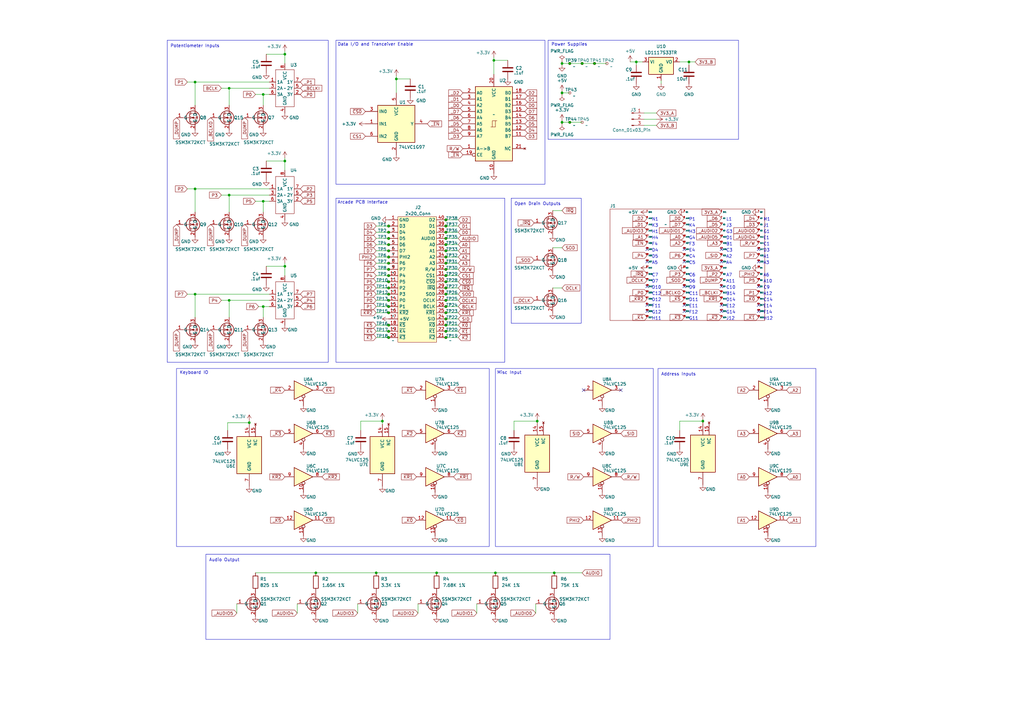
<source format=kicad_sch>
(kicad_sch (version 20230121) (generator eeschema)
  (paper "A3")
  (junction (at 182.88 97.79))
  (junction (at 129.54 234.95))
  (junction (at 80.01 33.655))
  (junction (at 182.88 128.27))
  (junction (at 116.84 109.22))
  (junction (at 159.385 133.35))
  (junction (at 159.385 128.27))
  (junction (at 93.98 80.01))
  (junction (at 159.385 97.79))
  (junction (at 182.88 105.41))
  (junction (at 80.01 120.65))
  (junction (at 159.385 100.33))
  (junction (at 182.88 102.87))
  (junction (at 107.95 38.735))
  (junction (at 182.88 100.33))
  (junction (at 260.985 25.4))
  (junction (at 220.345 172.72))
  (junction (at 182.88 90.17))
  (junction (at 182.88 135.89))
  (junction (at 159.385 120.65))
  (junction (at 154.305 234.95))
  (junction (at 159.385 123.19))
  (junction (at 238.76 26.035))
  (junction (at 159.385 135.89))
  (junction (at 230.505 38.1))
  (junction (at 182.88 113.03))
  (junction (at 107.95 82.55))
  (junction (at 182.88 118.11))
  (junction (at 233.68 26.035))
  (junction (at 159.385 118.11))
  (junction (at 159.385 102.87))
  (junction (at 162.56 32.385))
  (junction (at 159.385 95.25))
  (junction (at 159.385 105.41))
  (junction (at 102.235 173.355))
  (junction (at 159.385 138.43))
  (junction (at 282.575 25.4))
  (junction (at 227.33 234.95))
  (junction (at 203.2 234.95))
  (junction (at 159.385 110.49))
  (junction (at 243.84 26.035))
  (junction (at 93.98 36.195))
  (junction (at 159.385 115.57))
  (junction (at 182.88 133.35))
  (junction (at 233.68 50.165))
  (junction (at 182.88 138.43))
  (junction (at 159.385 113.03))
  (junction (at 159.385 92.71))
  (junction (at 159.385 107.95))
  (junction (at 182.88 110.49))
  (junction (at 179.07 234.95))
  (junction (at 182.88 130.81))
  (junction (at 80.01 77.47))
  (junction (at 230.505 50.165))
  (junction (at 288.29 172.72))
  (junction (at 230.505 26.035))
  (junction (at 182.88 95.25))
  (junction (at 182.88 92.71))
  (junction (at 156.845 172.72))
  (junction (at 116.84 66.04))
  (junction (at 182.88 125.73))
  (junction (at 93.98 123.19))
  (junction (at 116.84 22.225))
  (junction (at 159.385 125.73))
  (junction (at 182.88 107.95))
  (junction (at 182.88 123.19))
  (junction (at 182.88 120.65))
  (junction (at 107.95 125.73))
  (junction (at 202.565 24.765))
  (junction (at 182.88 115.57))
  (no_connect (at 280.67 117.475))
  (no_connect (at 280.67 125.095))
  (no_connect (at 311.15 127.635))
  (no_connect (at 265.43 107.315))
  (no_connect (at 311.15 117.475))
  (no_connect (at 265.43 102.235))
  (no_connect (at 280.67 127.635))
  (no_connect (at 311.15 102.235))
  (no_connect (at 295.91 117.475))
  (no_connect (at 295.91 107.315))
  (no_connect (at 311.15 125.095))
  (no_connect (at 311.15 107.315))
  (no_connect (at 295.91 127.635))
  (no_connect (at 254.635 160.02))
  (no_connect (at 280.67 107.315))
  (no_connect (at 265.43 125.095))
  (no_connect (at 295.91 102.235))
  (no_connect (at 265.43 127.635))
  (no_connect (at 295.91 125.095))
  (no_connect (at 265.43 117.475))
  (no_connect (at 239.395 160.02))
  (no_connect (at 280.67 102.235))
  (wire (pts (xy 230.505 38.735) (xy 230.505 38.1)))
  (wire (pts (xy 76.835 77.47) (xy 80.01 77.47)))
  (wire (pts (xy 278.765 172.72) (xy 278.765 176.53)))
  (wire (pts (xy 154.305 97.79) (xy 159.385 97.79)))
  (wire (pts (xy 154.305 128.27) (xy 159.385 128.27)))
  (wire (pts (xy 156.845 172.085) (xy 156.845 172.72)))
  (wire (pts (xy 233.68 50.165) (xy 238.76 50.165)))
  (wire (pts (xy 156.845 172.72) (xy 156.845 173.99)))
  (wire (pts (xy 182.88 90.17) (xy 187.96 90.17)))
  (wire (pts (xy 110.49 82.55) (xy 107.95 82.55)))
  (wire (pts (xy 104.775 38.735) (xy 107.95 38.735)))
  (wire (pts (xy 109.22 66.04) (xy 116.84 66.04)))
  (wire (pts (xy 154.305 234.95) (xy 179.07 234.95)))
  (wire (pts (xy 182.88 107.95) (xy 187.96 107.95)))
  (wire (pts (xy 80.01 33.655) (xy 80.01 43.18)))
  (wire (pts (xy 93.98 123.19) (xy 93.98 130.175)))
  (wire (pts (xy 182.88 118.11) (xy 187.96 118.11)))
  (wire (pts (xy 162.56 32.385) (xy 162.56 38.1)))
  (wire (pts (xy 171.45 247.65) (xy 171.45 251.46)))
  (wire (pts (xy 220.345 172.72) (xy 220.345 173.355)))
  (wire (pts (xy 93.98 36.195) (xy 93.98 43.18)))
  (wire (pts (xy 93.98 80.01) (xy 93.98 86.995)))
  (wire (pts (xy 104.775 82.55) (xy 107.95 82.55)))
  (wire (pts (xy 282.575 25.4) (xy 285.115 25.4)))
  (wire (pts (xy 90.805 123.19) (xy 93.98 123.19)))
  (wire (pts (xy 107.95 38.735) (xy 107.95 43.18)))
  (wire (pts (xy 182.88 135.89) (xy 187.96 135.89)))
  (wire (pts (xy 182.88 130.81) (xy 187.96 130.81)))
  (wire (pts (xy 182.88 120.65) (xy 187.96 120.65)))
  (wire (pts (xy 154.305 125.73) (xy 159.385 125.73)))
  (wire (pts (xy 129.54 234.95) (xy 154.305 234.95)))
  (wire (pts (xy 288.29 172.72) (xy 278.765 172.72)))
  (wire (pts (xy 179.07 234.95) (xy 203.2 234.95)))
  (wire (pts (xy 154.305 105.41) (xy 159.385 105.41)))
  (wire (pts (xy 162.56 32.385) (xy 168.275 32.385)))
  (wire (pts (xy 226.695 118.11) (xy 230.505 118.11)))
  (wire (pts (xy 110.49 38.735) (xy 107.95 38.735)))
  (wire (pts (xy 154.305 133.35) (xy 159.385 133.35)))
  (wire (pts (xy 220.345 172.72) (xy 210.82 172.72)))
  (wire (pts (xy 230.505 50.165) (xy 230.505 49.53)))
  (wire (pts (xy 154.305 100.33) (xy 159.385 100.33)))
  (wire (pts (xy 154.305 92.71) (xy 159.385 92.71)))
  (wire (pts (xy 104.775 234.95) (xy 129.54 234.95)))
  (wire (pts (xy 227.33 234.95) (xy 238.76 234.95)))
  (wire (pts (xy 154.305 115.57) (xy 159.385 115.57)))
  (wire (pts (xy 90.805 36.195) (xy 93.98 36.195)))
  (wire (pts (xy 269.24 48.895) (xy 264.16 48.895)))
  (wire (pts (xy 230.505 26.035) (xy 230.505 25.4)))
  (wire (pts (xy 116.84 64.77) (xy 116.84 66.04)))
  (wire (pts (xy 146.685 247.65) (xy 146.685 251.46)))
  (wire (pts (xy 102.235 172.72) (xy 102.235 173.355)))
  (wire (pts (xy 260.985 25.4) (xy 260.985 26.67)))
  (wire (pts (xy 107.95 125.73) (xy 107.95 130.175)))
  (wire (pts (xy 116.84 66.04) (xy 116.84 69.85)))
  (wire (pts (xy 154.305 107.95) (xy 159.385 107.95)))
  (wire (pts (xy 93.345 173.355) (xy 93.345 176.53)))
  (wire (pts (xy 182.88 123.19) (xy 187.96 123.19)))
  (wire (pts (xy 269.24 51.435) (xy 264.16 51.435)))
  (wire (pts (xy 80.01 77.47) (xy 80.01 86.995)))
  (wire (pts (xy 195.58 247.65) (xy 195.58 251.46)))
  (wire (pts (xy 110.49 120.65) (xy 80.01 120.65)))
  (wire (pts (xy 154.305 118.11) (xy 159.385 118.11)))
  (wire (pts (xy 230.505 26.035) (xy 233.68 26.035)))
  (wire (pts (xy 269.24 46.355) (xy 264.16 46.355)))
  (wire (pts (xy 76.835 120.65) (xy 80.01 120.65)))
  (wire (pts (xy 154.305 110.49) (xy 159.385 110.49)))
  (wire (pts (xy 182.88 110.49) (xy 187.96 110.49)))
  (wire (pts (xy 109.22 22.225) (xy 116.84 22.225)))
  (wire (pts (xy 219.71 247.65) (xy 219.71 251.46)))
  (wire (pts (xy 154.305 113.03) (xy 159.385 113.03)))
  (wire (pts (xy 182.88 100.33) (xy 187.96 100.33)))
  (wire (pts (xy 210.82 172.72) (xy 210.82 176.53)))
  (wire (pts (xy 97.155 247.65) (xy 97.155 251.46)))
  (wire (pts (xy 154.305 138.43) (xy 159.385 138.43)))
  (wire (pts (xy 203.2 234.95) (xy 227.33 234.95)))
  (wire (pts (xy 102.235 173.355) (xy 93.345 173.355)))
  (wire (pts (xy 182.88 133.35) (xy 187.96 133.35)))
  (wire (pts (xy 226.695 86.36) (xy 230.505 86.36)))
  (wire (pts (xy 154.305 95.25) (xy 159.385 95.25)))
  (wire (pts (xy 288.29 172.72) (xy 288.29 173.355)))
  (wire (pts (xy 182.88 125.73) (xy 187.96 125.73)))
  (wire (pts (xy 80.01 120.65) (xy 80.01 130.175)))
  (wire (pts (xy 202.565 23.495) (xy 202.565 24.765)))
  (wire (pts (xy 90.805 80.01) (xy 93.98 80.01)))
  (wire (pts (xy 110.49 33.655) (xy 80.01 33.655)))
  (wire (pts (xy 110.49 36.195) (xy 93.98 36.195)))
  (wire (pts (xy 230.505 50.8) (xy 230.505 50.165)))
  (wire (pts (xy 110.49 77.47) (xy 80.01 77.47)))
  (wire (pts (xy 230.505 50.165) (xy 233.68 50.165)))
  (wire (pts (xy 258.445 25.4) (xy 260.985 25.4)))
  (wire (pts (xy 230.505 38.1) (xy 230.505 37.465)))
  (wire (pts (xy 271.145 34.29) (xy 271.145 33.02)))
  (wire (pts (xy 243.84 26.035) (xy 248.92 26.035)))
  (wire (pts (xy 182.88 92.71) (xy 187.96 92.71)))
  (wire (pts (xy 233.68 26.035) (xy 238.76 26.035)))
  (wire (pts (xy 182.88 105.41) (xy 187.96 105.41)))
  (wire (pts (xy 110.49 123.19) (xy 93.98 123.19)))
  (wire (pts (xy 182.88 102.87) (xy 187.96 102.87)))
  (wire (pts (xy 110.49 80.01) (xy 93.98 80.01)))
  (wire (pts (xy 230.505 38.1) (xy 233.68 38.1)))
  (wire (pts (xy 116.84 20.955) (xy 116.84 22.225)))
  (wire (pts (xy 116.84 107.95) (xy 116.84 109.22)))
  (wire (pts (xy 182.88 128.27) (xy 187.96 128.27)))
  (wire (pts (xy 230.505 26.67) (xy 230.505 26.035)))
  (wire (pts (xy 288.29 172.085) (xy 288.29 172.72)))
  (wire (pts (xy 278.765 25.4) (xy 282.575 25.4)))
  (wire (pts (xy 147.955 172.72) (xy 147.955 176.53)))
  (wire (pts (xy 121.92 247.65) (xy 121.92 251.46)))
  (wire (pts (xy 202.565 24.765) (xy 202.565 30.48)))
  (wire (pts (xy 182.88 138.43) (xy 187.96 138.43)))
  (wire (pts (xy 107.95 82.55) (xy 107.95 86.995)))
  (wire (pts (xy 116.84 22.225) (xy 116.84 26.035)))
  (wire (pts (xy 109.22 109.22) (xy 116.84 109.22)))
  (wire (pts (xy 226.695 101.6) (xy 230.505 101.6)))
  (wire (pts (xy 182.88 95.25) (xy 187.96 95.25)))
  (wire (pts (xy 156.845 172.72) (xy 147.955 172.72)))
  (wire (pts (xy 238.76 26.035) (xy 243.84 26.035)))
  (wire (pts (xy 154.305 135.89) (xy 159.385 135.89)))
  (wire (pts (xy 162.56 31.115) (xy 162.56 32.385)))
  (wire (pts (xy 107.95 125.73) (xy 110.49 125.73)))
  (wire (pts (xy 116.84 109.22) (xy 116.84 113.03)))
  (wire (pts (xy 102.235 173.355) (xy 102.235 173.99)))
  (wire (pts (xy 76.835 33.655) (xy 80.01 33.655)))
  (wire (pts (xy 106.045 125.73) (xy 107.95 125.73)))
  (wire (pts (xy 260.985 25.4) (xy 263.525 25.4)))
  (wire (pts (xy 182.88 115.57) (xy 187.96 115.57)))
  (wire (pts (xy 154.305 120.65) (xy 159.385 120.65)))
  (wire (pts (xy 154.305 102.87) (xy 159.385 102.87)))
  (wire (pts (xy 154.305 123.19) (xy 159.385 123.19)))
  (wire (pts (xy 202.565 24.765) (xy 208.28 24.765)))
  (wire (pts (xy 220.345 172.085) (xy 220.345 172.72)))
  (wire (pts (xy 182.88 113.03) (xy 187.96 113.03)))
  (wire (pts (xy 282.575 25.4) (xy 282.575 26.67)))
  (wire (pts (xy 182.88 97.79) (xy 187.96 97.79)))
  (rectangle (start 203.2 151.13) (end 267.97 224.155))
  (rectangle (start 72.39 151.13) (end 200.66 224.155))
  (rectangle (start 209.677 81.28) (end 238.379 132.588))
  (rectangle (start 269.875 151.13) (end 334.645 224.155))
  (rectangle (start 224.79 16.51) (end 302.895 57.15))
  (rectangle (start 68.58 16.51) (end 134.62 148.59))
  (rectangle (start 137.795 81.28) (end 207.01 148.59))
  (rectangle (start 84.455 227.33) (end 250.19 262.255))
  (rectangle (start 137.795 16.51) (end 223.52 75.565))
  (text "G12" (at 267.335 128.905 0) (effects (font (size 1.27 1.27)) (justify left bottom)))
  (text "D7" (at 267.335 116.205 0) (effects (font (size 1.27 1.27)) (justify left bottom)))
  (text "D5" (at 267.335 106.045 0) (effects (font (size 1.27 1.27)) (justify left bottom)))
  (text "C9" (at 313.055 118.745 0) (effects (font (size 1.27 1.27)) (justify left bottom)))
  (text "F11" (at 267.335 126.365 0) (effects (font (size 1.27 1.27)) (justify left bottom)))
  (text "D10" (at 267.335 118.745 0) (effects (font (size 1.27 1.27)) (justify left bottom)))
  (text "P1" (at 282.575 90.805 0) (effects (font (size 1.27 1.27)) (justify left bottom)))
  (text "C7" (at 267.335 113.665 0) (effects (font (size 1.27 1.27)) (justify left bottom)))
  (text "D6" (at 282.575 116.205 0) (effects (font (size 1.27 1.27)) (justify left bottom)))
  (text "E12" (at 297.815 126.365 0) (effects (font (size 1.27 1.27)) (justify left bottom)))
  (text "E14" (at 313.055 126.365 0) (effects (font (size 1.27 1.27)) (justify left bottom)))
  (text "A5" (at 267.335 108.585 0) (effects (font (size 1.27 1.27)) (justify left bottom)))
  (text "L1" (at 297.815 90.805 0) (effects (font (size 1.27 1.27)) (justify left bottom)))
  (text "C14" (at 313.055 123.825 0) (effects (font (size 1.27 1.27)) (justify left bottom)))
  (text "F3" (at 282.575 100.965 0) (effects (font (size 1.27 1.27)) (justify left bottom)))
  (text "Keyboard IO" (at 73.66 153.67 0) (effects (font (size 1.27 1.27)) (justify left bottom)))
  (text "A2" (at 297.815 106.045 0) (effects (font (size 1.27 1.27)) (justify left bottom)))
  (text "A1" (at 313.055 106.045 0) (effects (font (size 1.27 1.27)) (justify left bottom)))
  (text "D3" (at 313.055 103.505 0) (effects (font (size 1.27 1.27)) (justify left bottom)))
  (text "A10" (at 313.055 116.205 0) (effects (font (size 1.27 1.27)) (justify left bottom)))
  (text "D4" (at 267.335 103.505 0) (effects (font (size 1.27 1.27)) (justify left bottom)))
  (text "C5" (at 282.575 108.585 0) (effects (font (size 1.27 1.27)) (justify left bottom)))
  (text "J3" (at 297.815 93.345 0) (effects (font (size 1.27 1.27)) (justify left bottom)))
  (text "A7" (at 297.815 113.665 0) (effects (font (size 1.27 1.27)) (justify left bottom)))
  (text "H1" (at 267.335 95.885 0) (effects (font (size 1.27 1.27)) (justify left bottom)))
  (text "G4" (at 282.575 98.425 0) (effects (font (size 1.27 1.27)) (justify left bottom)))
  (text "C12" (at 267.335 121.285 0) (effects (font (size 1.27 1.27)) (justify left bottom)))
  (text "J12" (at 297.815 131.445 0) (effects (font (size 1.27 1.27)) (justify left bottom)))
  (text "C3" (at 297.815 103.505 0) (effects (font (size 1.27 1.27)) (justify left bottom)))
  (text "A12" (at 313.055 121.285 0) (effects (font (size 1.27 1.27)) (justify left bottom)))
  (text "C11" (at 282.575 121.285 0) (effects (font (size 1.27 1.27)) (justify left bottom)))
  (text "B1" (at 297.815 100.965 0) (effects (font (size 1.27 1.27)) (justify left bottom)))
  (text "M1" (at 313.055 90.805 0) (effects (font (size 1.27 1.27)) (justify left bottom)))
  (text "H4" (at 267.335 98.425 0) (effects (font (size 1.27 1.27)) (justify left bottom)))
  (text "A4" (at 297.815 108.585 0) (effects (font (size 1.27 1.27)) (justify left bottom)))
  (text "D1" (at 297.815 98.425 0) (effects (font (size 1.27 1.27)) (justify left bottom)))
  (text "Power Supplies" (at 226.06 19.05 0) (effects (font (size 1.27 1.27)) (justify left bottom)))
  (text "A6" (at 313.055 113.665 0) (effects (font (size 1.27 1.27)) (justify left bottom)))
  (text "Potentiometer Inputs" (at 69.85 19.685 0) (effects (font (size 1.27 1.27)) (justify left bottom)))
  (text "E11" (at 282.575 126.365 0) (effects (font (size 1.27 1.27)) (justify left bottom)))
  (text "Arcade PCB Interface" (at 138.43 83.82 0) (effects (font (size 1.27 1.27)) (justify left bottom)))
  (text "C1" (at 313.055 100.965 0) (effects (font (size 1.27 1.27)) (justify left bottom)))
  (text "Data I/O and Tranceiver Enable" (at 138.43 19.05 0) (effects (font (size 1.27 1.27)) (justify left bottom)))
  (text "H12" (at 313.055 131.445 0) (effects (font (size 1.27 1.27)) (justify left bottom)))
  (text "F4" (at 267.335 100.965 0) (effects (font (size 1.27 1.27)) (justify left bottom)))
  (text "Audio Output" (at 85.725 230.505 0) (effects (font (size 1.27 1.27)) (justify left bottom)))
  (text "F14" (at 313.055 128.905 0) (effects (font (size 1.27 1.27)) (justify left bottom)))
  (text "D9" (at 282.575 118.745 0) (effects (font (size 1.27 1.27)) (justify left bottom)))
  (text "J1" (at 313.055 93.345 0) (effects (font (size 1.27 1.27)) (justify left bottom)))
  (text "C4" (at 282.575 106.045 0) (effects (font (size 1.27 1.27)) (justify left bottom)))
  (text "D14" (at 297.815 123.825 0) (effects (font (size 1.27 1.27)) (justify left bottom)))
  (text "B14" (at 297.815 121.285 0) (effects (font (size 1.27 1.27)) (justify left bottom)))
  (text "Address Inputs" (at 271.145 154.305 0) (effects (font (size 1.27 1.27)) (justify left bottom)))
  (text "C6" (at 282.575 113.665 0) (effects (font (size 1.27 1.27)) (justify left bottom)))
  (text "E1" (at 313.055 98.425 0) (effects (font (size 1.27 1.27)) (justify left bottom)))
  (text "Misc Input" (at 203.835 153.67 0) (effects (font (size 1.27 1.27)) (justify left bottom)))
  (text "K4" (at 282.575 93.345 0) (effects (font (size 1.27 1.27)) (justify left bottom)))
  (text "E4" (at 282.575 103.505 0) (effects (font (size 1.27 1.27)) (justify left bottom)))
  (text "C10" (at 297.815 118.745 0) (effects (font (size 1.27 1.27)) (justify left bottom)))
  (text "G11" (at 282.575 131.445 0) (effects (font (size 1.27 1.27)) (justify left bottom)))
  (text "A3" (at 313.055 108.585 0) (effects (font (size 1.27 1.27)) (justify left bottom)))
  (text "N1" (at 267.335 90.805 0) (effects (font (size 1.27 1.27)) (justify left bottom)))
  (text "K3" (at 267.335 93.345 0) (effects (font (size 1.27 1.27)) (justify left bottom)))
  (text "F12" (at 282.575 128.905 0) (effects (font (size 1.27 1.27)) (justify left bottom)))
  (text "H3" (at 282.575 95.885 0) (effects (font (size 1.27 1.27)) (justify left bottom)))
  (text "D12" (at 267.335 123.825 0) (effects (font (size 1.27 1.27)) (justify left bottom)))
  (text "Open Drain Outputs" (at 210.947 84.455 0) (effects (font (size 1.27 1.27)) (justify left bottom)))
  (text "H11" (at 267.335 131.445 0) (effects (font (size 1.27 1.27)) (justify left bottom)))
  (text "G14" (at 297.815 128.905 0) (effects (font (size 1.27 1.27)) (justify left bottom)))
  (text "D11" (at 282.575 123.825 0) (effects (font (size 1.27 1.27)) (justify left bottom)))
  (text "G3" (at 297.815 95.885 0) (effects (font (size 1.27 1.27)) (justify left bottom)))
  (text "A11" (at 297.815 116.205 0) (effects (font (size 1.27 1.27)) (justify left bottom)))
  (text "G1" (at 313.055 95.885 0) (effects (font (size 1.27 1.27)) (justify left bottom)))
  (global_label "3V3_A" (shape input) (at 269.24 46.355 0) (property "Intersheetrefs" "${INTERSHEET_REFS}" (effects hide)))
  (global_label "_P1" (shape input) (at 123.19 33.655 0) (property "Intersheetrefs" "${INTERSHEET_REFS}" (effects hide)))
  (global_label "SOD" (shape input) (at 230.505 101.6 0) (property "Intersheetrefs" "${INTERSHEET_REFS}" (effects hide)))
  (global_label "D4" (shape input) (at 154.305 95.25 180) (property "Intersheetrefs" "${INTERSHEET_REFS}" (effects hide)))
  (global_label "PHI2" (shape input) (at 239.395 213.36 180) (property "Intersheetrefs" "${INTERSHEET_REFS}" (effects hide)))
  (global_label "_DUMP" (shape input) (at 72.39 135.255 270) (property "Intersheetrefs" "${INTERSHEET_REFS}" (effects hide)))
  (global_label "_~{IRQ}" (shape input) (at 265.43 112.395 180) (property "Intersheetrefs" "${INTERSHEET_REFS}" (effects hide)))
  (global_label "_~{K0}" (shape input) (at 311.15 122.555 180) (property "Intersheetrefs" "${INTERSHEET_REFS}" (effects hide)))
  (global_label "_D6" (shape input) (at 189.865 48.26 180) (property "Intersheetrefs" "${INTERSHEET_REFS}" (effects hide)))
  (global_label "D1" (shape input) (at 187.96 92.71 0) (property "Intersheetrefs" "${INTERSHEET_REFS}" (effects hide)))
  (global_label "_~{K5}" (shape input) (at 116.84 213.36 180) (property "Intersheetrefs" "${INTERSHEET_REFS}" (effects hide)))
  (global_label "~{K4}" (shape input) (at 132.08 160.02 0) (property "Intersheetrefs" "${INTERSHEET_REFS}" (effects hide)))
  (global_label "_SOD" (shape input) (at 219.075 106.68 180) (property "Intersheetrefs" "${INTERSHEET_REFS}" (effects hide)))
  (global_label "D0" (shape input) (at 187.96 95.25 0) (property "Intersheetrefs" "${INTERSHEET_REFS}" (effects hide)))
  (global_label "_AUDIO0" (shape input) (at 219.71 251.46 180) (property "Intersheetrefs" "${INTERSHEET_REFS}" (effects hide)))
  (global_label "_A1" (shape input) (at 322.58 213.36 0) (property "Intersheetrefs" "${INTERSHEET_REFS}" (effects hide)))
  (global_label "~{KR1}" (shape input) (at 187.96 128.27 0) (property "Intersheetrefs" "${INTERSHEET_REFS}" (effects hide)))
  (global_label "_D7" (shape input) (at 280.67 92.075 180) (property "Intersheetrefs" "${INTERSHEET_REFS}" (effects hide)))
  (global_label "A1" (shape input) (at 307.34 213.36 180) (property "Intersheetrefs" "${INTERSHEET_REFS}" (effects hide)))
  (global_label "_PHI2" (shape input) (at 311.15 112.395 180) (property "Intersheetrefs" "${INTERSHEET_REFS}" (effects hide)))
  (global_label "~{K1}" (shape input) (at 187.96 135.89 0) (property "Intersheetrefs" "${INTERSHEET_REFS}" (effects hide)))
  (global_label "CS1" (shape input) (at 149.86 55.88 180) (property "Intersheetrefs" "${INTERSHEET_REFS}" (effects hide)))
  (global_label "P1" (shape input) (at 76.835 33.655 180) (property "Intersheetrefs" "${INTERSHEET_REFS}" (effects hide)))
  (global_label "_P4" (shape input) (at 123.19 123.19 0) (property "Intersheetrefs" "${INTERSHEET_REFS}" (effects hide)))
  (global_label "P3" (shape input) (at 154.305 120.65 180) (property "Intersheetrefs" "${INTERSHEET_REFS}" (effects hide)))
  (global_label "D7" (shape input) (at 215.265 45.72 0) (property "Intersheetrefs" "${INTERSHEET_REFS}" (effects hide)))
  (global_label "~{K5}" (shape input) (at 154.305 133.35 180) (property "Intersheetrefs" "${INTERSHEET_REFS}" (effects hide)))
  (global_label "_D3" (shape input) (at 311.15 92.075 180) (property "Intersheetrefs" "${INTERSHEET_REFS}" (effects hide)))
  (global_label "D5" (shape input) (at 154.305 97.79 180) (property "Intersheetrefs" "${INTERSHEET_REFS}" (effects hide)))
  (global_label "~{KR1}" (shape input) (at 170.815 195.58 180) (property "Intersheetrefs" "${INTERSHEET_REFS}" (effects hide)))
  (global_label "3V3_A" (shape input) (at 295.91 86.995 180) (property "Intersheetrefs" "${INTERSHEET_REFS}" (effects hide)))
  (global_label "_P0" (shape input) (at 123.19 38.735 0) (property "Intersheetrefs" "${INTERSHEET_REFS}" (effects hide)))
  (global_label "P5" (shape input) (at 104.775 82.55 180) (property "Intersheetrefs" "${INTERSHEET_REFS}" (effects hide)))
  (global_label "_~{K5}" (shape input) (at 280.67 122.555 180) (property "Intersheetrefs" "${INTERSHEET_REFS}" (effects hide)))
  (global_label "_AUDIO0" (shape input) (at 311.15 94.615 180) (property "Intersheetrefs" "${INTERSHEET_REFS}" (effects hide)))
  (global_label "_R{slash}W" (shape input) (at 254.635 195.58 0) (property "Intersheetrefs" "${INTERSHEET_REFS}" (effects hide)))
  (global_label "_AUDIO4" (shape input) (at 311.15 97.155 180) (property "Intersheetrefs" "${INTERSHEET_REFS}" (effects hide)))
  (global_label "~{_EN}" (shape input) (at 189.865 63.5 180) (property "Intersheetrefs" "${INTERSHEET_REFS}" (effects hide)))
  (global_label "P0" (shape input) (at 104.775 38.735 180) (property "Intersheetrefs" "${INTERSHEET_REFS}" (effects hide)))
  (global_label "~{K0}" (shape input) (at 186.055 213.36 0) (property "Intersheetrefs" "${INTERSHEET_REFS}" (effects hide)))
  (global_label "D6" (shape input) (at 215.265 48.26 0) (property "Intersheetrefs" "${INTERSHEET_REFS}" (effects hide)))
  (global_label "OCLK" (shape input) (at 230.505 118.11 0) (property "Intersheetrefs" "${INTERSHEET_REFS}" (effects hide)))
  (global_label "~{K3}" (shape input) (at 132.08 177.8 0) (property "Intersheetrefs" "${INTERSHEET_REFS}" (effects hide)))
  (global_label "_D6" (shape input) (at 295.91 89.535 180) (property "Intersheetrefs" "${INTERSHEET_REFS}" (effects hide)))
  (global_label "_BCLKO" (shape input) (at 86.36 48.26 270) (property "Intersheetrefs" "${INTERSHEET_REFS}" (effects hide)))
  (global_label "_~{K2}" (shape input) (at 170.815 177.8 180) (property "Intersheetrefs" "${INTERSHEET_REFS}" (effects hide)))
  (global_label "_AUDIO3" (shape input) (at 146.685 251.46 180) (property "Intersheetrefs" "${INTERSHEET_REFS}" (effects hide)))
  (global_label "AUDIO" (shape input) (at 187.96 97.79 0) (property "Intersheetrefs" "${INTERSHEET_REFS}" (effects hide)))
  (global_label "P6" (shape input) (at 106.045 125.73 180) (property "Intersheetrefs" "${INTERSHEET_REFS}" (effects hide)))
  (global_label "_~{K1}" (shape input) (at 311.15 130.175 180) (property "Intersheetrefs" "${INTERSHEET_REFS}" (effects hide)))
  (global_label "A0" (shape input) (at 307.34 195.58 180) (property "Intersheetrefs" "${INTERSHEET_REFS}" (effects hide)))
  (global_label "_~{K4}" (shape input) (at 265.43 130.175 180) (property "Intersheetrefs" "${INTERSHEET_REFS}" (effects hide)))
  (global_label "_P5" (shape input) (at 123.19 82.55 0) (property "Intersheetrefs" "${INTERSHEET_REFS}" (effects hide)))
  (global_label "_D2" (shape input) (at 265.43 89.535 180) (property "Intersheetrefs" "${INTERSHEET_REFS}" (effects hide)))
  (global_label "_~{KR1}" (shape input) (at 186.055 195.58 0) (property "Intersheetrefs" "${INTERSHEET_REFS}" (effects hide)))
  (global_label "_P6" (shape input) (at 280.67 104.775 180) (property "Intersheetrefs" "${INTERSHEET_REFS}" (effects hide)))
  (global_label "~{K0}" (shape input) (at 187.96 133.35 0) (property "Intersheetrefs" "${INTERSHEET_REFS}" (effects hide)))
  (global_label "_AUDIO2" (shape input) (at 295.91 94.615 180) (property "Intersheetrefs" "${INTERSHEET_REFS}" (effects hide)))
  (global_label "BCLK" (shape input) (at 187.96 125.73 0) (property "Intersheetrefs" "${INTERSHEET_REFS}" (effects hide)))
  (global_label "_D1" (shape input) (at 189.865 40.64 180) (property "Intersheetrefs" "${INTERSHEET_REFS}" (effects hide)))
  (global_label "~{K3}" (shape input) (at 154.305 138.43 180) (property "Intersheetrefs" "${INTERSHEET_REFS}" (effects hide)))
  (global_label "A2" (shape input) (at 307.34 160.02 180) (property "Intersheetrefs" "${INTERSHEET_REFS}" (effects hide)))
  (global_label "D0" (shape input) (at 215.265 43.18 0) (property "Intersheetrefs" "${INTERSHEET_REFS}" (effects hide)))
  (global_label "_P3" (shape input) (at 123.19 80.01 0) (property "Intersheetrefs" "${INTERSHEET_REFS}" (effects hide)))
  (global_label "A0" (shape input) (at 187.96 100.33 0) (property "Intersheetrefs" "${INTERSHEET_REFS}" (effects hide)))
  (global_label "_DUMP" (shape input) (at 72.39 92.075 270) (property "Intersheetrefs" "${INTERSHEET_REFS}" (effects hide)))
  (global_label "_P4" (shape input) (at 265.43 104.775 180) (property "Intersheetrefs" "${INTERSHEET_REFS}" (effects hide)))
  (global_label "_OCLK" (shape input) (at 219.075 123.19 180) (property "Intersheetrefs" "${INTERSHEET_REFS}" (effects hide)))
  (global_label "R{slash}W" (shape input) (at 189.865 60.96 180) (property "Intersheetrefs" "${INTERSHEET_REFS}" (effects hide)))
  (global_label "~{CS0}" (shape input) (at 149.86 45.72 180) (property "Intersheetrefs" "${INTERSHEET_REFS}" (effects hide)))
  (global_label "D4" (shape input) (at 215.265 53.34 0) (property "Intersheetrefs" "${INTERSHEET_REFS}" (effects hide)))
  (global_label "_P7" (shape input) (at 311.15 104.775 180) (property "Intersheetrefs" "${INTERSHEET_REFS}" (effects hide)))
  (global_label "_DUMP" (shape input) (at 86.36 135.255 270) (property "Intersheetrefs" "${INTERSHEET_REFS}" (effects hide)))
  (global_label "_A0" (shape input) (at 322.58 195.58 0) (property "Intersheetrefs" "${INTERSHEET_REFS}" (effects hide)))
  (global_label "_SOD" (shape input) (at 280.67 114.935 180) (property "Intersheetrefs" "${INTERSHEET_REFS}" (effects hide)))
  (global_label "D5" (shape input) (at 215.265 50.8 0) (property "Intersheetrefs" "${INTERSHEET_REFS}" (effects hide)))
  (global_label "_DUMP" (shape input) (at 100.33 92.075 270) (property "Intersheetrefs" "${INTERSHEET_REFS}" (effects hide)))
  (global_label "_A2" (shape input) (at 280.67 99.695 180) (property "Intersheetrefs" "${INTERSHEET_REFS}" (effects hide)))
  (global_label "~{IRQ}" (shape input) (at 187.96 118.11 0) (property "Intersheetrefs" "${INTERSHEET_REFS}" (effects hide)))
  (global_label "P7" (shape input) (at 76.835 120.65 180) (property "Intersheetrefs" "${INTERSHEET_REFS}" (effects hide)))
  (global_label "~{CS0}" (shape input) (at 187.96 115.57 0) (property "Intersheetrefs" "${INTERSHEET_REFS}" (effects hide)))
  (global_label "P4" (shape input) (at 154.305 113.03 180) (property "Intersheetrefs" "${INTERSHEET_REFS}" (effects hide)))
  (global_label "_A2" (shape input) (at 322.58 160.02 0) (property "Intersheetrefs" "${INTERSHEET_REFS}" (effects hide)))
  (global_label "_~{K3}" (shape input) (at 280.67 130.175 180) (property "Intersheetrefs" "${INTERSHEET_REFS}" (effects hide)))
  (global_label "SID" (shape input) (at 239.395 177.8 180) (property "Intersheetrefs" "${INTERSHEET_REFS}" (effects hide)))
  (global_label "P7" (shape input) (at 154.305 110.49 180) (property "Intersheetrefs" "${INTERSHEET_REFS}" (effects hide)))
  (global_label "3V3_A" (shape input) (at 295.91 109.855 180) (property "Intersheetrefs" "${INTERSHEET_REFS}" (effects hide)))
  (global_label "_AUDIO4" (shape input) (at 121.92 251.46 180) (property "Intersheetrefs" "${INTERSHEET_REFS}" (effects hide)))
  (global_label "CS1" (shape input) (at 187.96 113.03 0) (property "Intersheetrefs" "${INTERSHEET_REFS}" (effects hide)))
  (global_label "_~{K2}" (shape input) (at 295.91 130.175 180) (property "Intersheetrefs" "${INTERSHEET_REFS}" (effects hide)))
  (global_label "_AUDIO5" (shape input) (at 97.155 251.46 180) (property "Intersheetrefs" "${INTERSHEET_REFS}" (effects hide)))
  (global_label "_BCLKI" (shape input) (at 295.91 120.015 180) (property "Intersheetrefs" "${INTERSHEET_REFS}" (effects hide)))
  (global_label "_DUMP" (shape input) (at 72.39 48.26 270) (property "Intersheetrefs" "${INTERSHEET_REFS}" (effects hide)))
  (global_label "_A0" (shape input) (at 280.67 97.155 180) (property "Intersheetrefs" "${INTERSHEET_REFS}" (effects hide)))
  (global_label "_~{K3}" (shape input) (at 116.84 177.8 180) (property "Intersheetrefs" "${INTERSHEET_REFS}" (effects hide)))
  (global_label "P4" (shape input) (at 90.805 123.19 180) (property "Intersheetrefs" "${INTERSHEET_REFS}" (effects hide)))
  (global_label "_P3" (shape input) (at 280.67 112.395 180) (property "Intersheetrefs" "${INTERSHEET_REFS}" (effects hide)))
  (global_label "_~{K0}" (shape input) (at 170.815 213.36 180) (property "Intersheetrefs" "${INTERSHEET_REFS}" (effects hide)))
  (global_label "_BCLKO" (shape input) (at 280.67 120.015 180) (property "Intersheetrefs" "${INTERSHEET_REFS}" (effects hide)))
  (global_label "_P7" (shape input) (at 123.19 120.65 0) (property "Intersheetrefs" "${INTERSHEET_REFS}" (effects hide)))
  (global_label "A1" (shape input) (at 187.96 102.87 0) (property "Intersheetrefs" "${INTERSHEET_REFS}" (effects hide)))
  (global_label "P1" (shape input) (at 154.305 125.73 180) (property "Intersheetrefs" "${INTERSHEET_REFS}" (effects hide)))
  (global_label "PHI2" (shape input) (at 154.305 105.41 180) (property "Intersheetrefs" "${INTERSHEET_REFS}" (effects hide)))
  (global_label "D2" (shape input) (at 215.265 38.1 0) (property "Intersheetrefs" "${INTERSHEET_REFS}" (effects hide)))
  (global_label "SID" (shape input) (at 187.96 130.81 0) (property "Intersheetrefs" "${INTERSHEET_REFS}" (effects hide)))
  (global_label "~{_EN}" (shape input) (at 265.43 99.695 180) (property "Intersheetrefs" "${INTERSHEET_REFS}" (effects hide)))
  (global_label "_DUMP" (shape input) (at 86.36 92.075 270) (property "Intersheetrefs" "${INTERSHEET_REFS}" (effects hide)))
  (global_label "D2" (shape input) (at 187.96 90.17 0) (property "Intersheetrefs" "${INTERSHEET_REFS}" (effects hide)))
  (global_label "_SID" (shape input) (at 295.91 104.775 180) (property "Intersheetrefs" "${INTERSHEET_REFS}" (effects hide)))
  (global_label "_R{slash}W" (shape input) (at 311.15 99.695 180) (property "Intersheetrefs" "${INTERSHEET_REFS}" (effects hide)))
  (global_label "3V3_B" (shape input) (at 269.24 51.435 0) (property "Intersheetrefs" "${INTERSHEET_REFS}" (effects hide)))
  (global_label "_DUMP" (shape input) (at 295.91 114.935 180) (property "Intersheetrefs" "${INTERSHEET_REFS}" (effects hide)))
  (global_label "_D1" (shape input) (at 265.43 92.075 180) (property "Intersheetrefs" "${INTERSHEET_REFS}" (effects hide)))
  (global_label "D3" (shape input) (at 215.265 55.88 0) (property "Intersheetrefs" "${INTERSHEET_REFS}" (effects hide)))
  (global_label "_D3" (shape input) (at 189.865 55.88 180) (property "Intersheetrefs" "${INTERSHEET_REFS}" (effects hide)))
  (global_label "_~{KR1}" (shape input) (at 295.91 122.555 180) (property "Intersheetrefs" "${INTERSHEET_REFS}" (effects hide)))
  (global_label "P6" (shape input) (at 154.305 107.95 180) (property "Intersheetrefs" "${INTERSHEET_REFS}" (effects hide)))
  (global_label "SOD" (shape input) (at 187.96 120.65 0) (property "Intersheetrefs" "${INTERSHEET_REFS}" (effects hide)))
  (global_label "_P0" (shape input) (at 265.43 120.015 180) (property "Intersheetrefs" "${INTERSHEET_REFS}" (effects hide)))
  (global_label "~{K5}" (shape input) (at 132.08 213.36 0) (property "Intersheetrefs" "${INTERSHEET_REFS}" (effects hide)))
  (global_label "D3" (shape input) (at 154.305 92.71 180) (property "Intersheetrefs" "${INTERSHEET_REFS}" (effects hide)))
  (global_label "_OCLK" (shape input) (at 265.43 114.935 180) (property "Intersheetrefs" "${INTERSHEET_REFS}" (effects hide)))
  (global_label "_D0" (shape input) (at 280.67 89.535 180) (property "Intersheetrefs" "${INTERSHEET_REFS}" (effects hide)))
  (global_label "_A1" (shape input) (at 265.43 97.155 180) (property "Intersheetrefs" "${INTERSHEET_REFS}" (effects hide)))
  (global_label "_AUDIO5" (shape input) (at 295.91 97.155 180) (property "Intersheetrefs" "${INTERSHEET_REFS}" (effects hide)))
  (global_label "_A3" (shape input) (at 295.91 99.695 180) (property "Intersheetrefs" "${INTERSHEET_REFS}" (effects hide)))
  (global_label "_D2" (shape input) (at 189.865 38.1 180) (property "Intersheetrefs" "${INTERSHEET_REFS}" (effects hide)))
  (global_label "_D0" (shape input) (at 189.865 43.18 180) (property "Intersheetrefs" "${INTERSHEET_REFS}" (effects hide)))
  (global_label "_BCLKI" (shape input) (at 123.19 36.195 0) (property "Intersheetrefs" "${INTERSHEET_REFS}" (effects hide)))
  (global_label "~{IRQ}" (shape input) (at 230.505 86.36 0) (property "Intersheetrefs" "${INTERSHEET_REFS}" (effects hide)))
  (global_label "_D5" (shape input) (at 295.91 92.075 180) (property "Intersheetrefs" "${INTERSHEET_REFS}" (effects hide)))
  (global_label "A3" (shape input) (at 307.34 177.8 180) (property "Intersheetrefs" "${INTERSHEET_REFS}" (effects hide)))
  (global_label "P5" (shape input) (at 154.305 115.57 180) (property "Intersheetrefs" "${INTERSHEET_REFS}" (effects hide)))
  (global_label "_~{K1}" (shape input) (at 170.815 160.02 180) (property "Intersheetrefs" "${INTERSHEET_REFS}" (effects hide)))
  (global_label "_~{KR2}" (shape input) (at 132.08 195.58 0) (property "Intersheetrefs" "${INTERSHEET_REFS}" (effects hide)))
  (global_label "~{K2}" (shape input) (at 186.055 177.8 0) (property "Intersheetrefs" "${INTERSHEET_REFS}" (effects hide)))
  (global_label "A2" (shape input) (at 187.96 105.41 0) (property "Intersheetrefs" "${INTERSHEET_REFS}" (effects hide)))
  (global_label "~{K2}" (shape input) (at 187.96 138.43 0) (property "Intersheetrefs" "${INTERSHEET_REFS}" (effects hide)))
  (global_label "_P2" (shape input) (at 295.91 112.395 180) (property "Intersheetrefs" "${INTERSHEET_REFS}" (effects hide)))
  (global_label "_AUDIO1" (shape input) (at 195.58 251.46 180) (property "Intersheetrefs" "${INTERSHEET_REFS}" (effects hide)))
  (global_label "_~{K4}" (shape input) (at 116.84 160.02 180) (property "Intersheetrefs" "${INTERSHEET_REFS}" (effects hide)))
  (global_label "_P2" (shape input) (at 123.19 77.47 0) (property "Intersheetrefs" "${INTERSHEET_REFS}" (effects hide)))
  (global_label "D6" (shape input) (at 154.305 100.33 180) (property "Intersheetrefs" "${INTERSHEET_REFS}" (effects hide)))
  (global_label "AUDIO" (shape input) (at 238.76 234.95 0) (property "Intersheetrefs" "${INTERSHEET_REFS}" (effects hide)))
  (global_label "~{KR2}" (shape input) (at 116.84 195.58 180) (property "Intersheetrefs" "${INTERSHEET_REFS}" (effects hide)))
  (global_label "P3" (shape input) (at 90.805 80.01 180) (property "Intersheetrefs" "${INTERSHEET_REFS}" (effects hide)))
  (global_label "_DUMP" (shape input) (at 100.33 48.26 270) (property "Intersheetrefs" "${INTERSHEET_REFS}" (effects hide)))
  (global_label "_DUMP" (shape input) (at 100.33 135.255 270) (property "Intersheetrefs" "${INTERSHEET_REFS}" (effects hide)))
  (global_label "D1" (shape input) (at 215.265 40.64 0) (property "Intersheetrefs" "${INTERSHEET_REFS}" (effects hide)))
  (global_label "~{KR2}" (shape input) (at 154.305 128.27 180) (property "Intersheetrefs" "${INTERSHEET_REFS}" (effects hide)))
  (global_label "_AUDIO2" (shape input) (at 171.45 251.46 180) (property "Intersheetrefs" "${INTERSHEET_REFS}" (effects hide)))
  (global_label "P0" (shape input) (at 154.305 123.19 180) (property "Intersheetrefs" "${INTERSHEET_REFS}" (effects hide)))
  (global_label "3V3_B" (shape input) (at 285.115 25.4 0) (property "Intersheetrefs" "${INTERSHEET_REFS}" (effects hide)))
  (global_label "_D5" (shape input) (at 189.865 50.8 180) (property "Intersheetrefs" "${INTERSHEET_REFS}" (effects hide)))
  (global_label "_D4" (shape input) (at 311.15 89.535 180) (property "Intersheetrefs" "${INTERSHEET_REFS}" (effects hide)))
  (global_label "_AUDIO3" (shape input) (at 265.43 94.615 180) (property "Intersheetrefs" "${INTERSHEET_REFS}" (effects hide)))
  (global_label "~{K1}" (shape input) (at 186.055 160.02 0) (property "Intersheetrefs" "${INTERSHEET_REFS}" (effects hide)))
  (global_label "_D4" (shape input) (at 189.865 53.34 180) (property "Intersheetrefs" "${INTERSHEET_REFS}" (effects hide)))
  (global_label "BCLK" (shape input) (at 90.805 36.195 180) (property "Intersheetrefs" "${INTERSHEET_REFS}" (effects hide)))
  (global_label "D7" (shape input) (at 154.305 102.87 180) (property "Intersheetrefs" "${INTERSHEET_REFS}" (effects hide)))
  (global_label "_D7" (shape input) (at 189.865 45.72 180) (property "Intersheetrefs" "${INTERSHEET_REFS}" (effects hide)))
  (global_label "~{K4}" (shape input) (at 154.305 135.89 180) (property "Intersheetrefs" "${INTERSHEET_REFS}" (effects hide)))
  (global_label "_SID" (shape input) (at 254.635 177.8 0) (property "Intersheetrefs" "${INTERSHEET_REFS}" (effects hide)))
  (global_label "_P1" (shape input) (at 311.15 120.015 180) (property "Intersheetrefs" "${INTERSHEET_REFS}" (effects hide)))
  (global_label "_~{IRQ}" (shape input) (at 219.075 91.44 180) (property "Intersheetrefs" "${INTERSHEET_REFS}" (effects hide)))
  (global_label "~{_EN}" (shape input) (at 175.26 50.8 0) (property "Intersheetrefs" "${INTERSHEET_REFS}" (effects hide)))
  (global_label "_PHI2" (shape input) (at 254.635 213.36 0) (property "Intersheetrefs" "${INTERSHEET_REFS}" (effects hide)))
  (global_label "OCLK" (shape input) (at 187.96 123.19 0) (property "Intersheetrefs" "${INTERSHEET_REFS}" (effects hide)))
  (global_label "_AUDIO1" (shape input) (at 280.67 94.615 180) (property "Intersheetrefs" "${INTERSHEET_REFS}" (effects hide)))
  (global_label "_P5" (shape input) (at 311.15 114.935 180) (property "Intersheetrefs" "${INTERSHEET_REFS}" (effects hide)))
  (global_label "P2" (shape input) (at 76.835 77.47 180) (property "Intersheetrefs" "${INTERSHEET_REFS}" (effects hide)))
  (global_label "_A3" (shape input) (at 322.58 177.8 0) (property "Intersheetrefs" "${INTERSHEET_REFS}" (effects hide)))
  (global_label "_P6" (shape input) (at 123.19 125.73 0) (property "Intersheetrefs" "${INTERSHEET_REFS}" (effects hide)))
  (global_label "A3" (shape input) (at 187.96 107.95 0) (property "Intersheetrefs" "${INTERSHEET_REFS}" (effects hide)))
  (global_label "R{slash}W" (shape input) (at 239.395 195.58 180) (property "Intersheetrefs" "${INTERSHEET_REFS}" (effects hide)))
  (global_label "P2" (shape input) (at 154.305 118.11 180) (property "Intersheetrefs" "${INTERSHEET_REFS}" (effects hide)))
  (global_label "R{slash}W" (shape input) (at 187.96 110.49 0) (property "Intersheetrefs" "${INTERSHEET_REFS}" (effects hide)))
  (global_label "_~{KR2}" (shape input) (at 265.43 122.555 180) (property "Intersheetrefs" "${INTERSHEET_REFS}" (effects hide)))
  (symbol (lib_id "power:GND") (at 168.275 40.005 0) (unit 1)
    (property "Reference" "#PWR084" (effects hide))
    (property "Value" "GND" (at 172.72 41.275 0))
  )
  (symbol (lib_name "GND_1") (lib_id "power:GND") (at 104.775 252.73 0) (unit 1)
    (property "Reference" "#PWR075" (effects hide))
    (property "Value" "GND" (at 107.95 254.635 0))
  )
  (symbol (lib_id "Connector:TestPoint_Small") (at 233.68 26.035 0) (unit 1)
    (property "Reference" "TP39" (at 231.775 24.765 0) (effects (justify left)))
    (property "Value" "~" (at 234.95 27.305 0) (effects (justify left)))
    (property "Footprint" "POKEY_Footprints:TP" (effects hide))
  )
  (symbol (lib_name "GND_1") (lib_id "power:GND") (at 109.22 73.66 0) (unit 1)
    (property "Reference" "#PWR095" (effects hide))
    (property "Value" "GND" (at 105.41 75.565 0))
  )
  (symbol (lib_id "POKEY:74LVC125") (at 178.435 177.8 0) (unit 2)
    (property "Reference" "U7" (at 180.34 173.355 0))
    (property "Value" "74LVC125" (at 183.515 175.26 0))
    (property "Footprint" "POKEY_Footprints:DHVQFN14_SOT762-1_NEX" (effects hide))
    (property "Datasheet" "http://www.ti.com/lit/gpn/sn74LVC125" (effects hide))
  )
  (symbol (lib_name "GND_1") (lib_id "power:GND") (at 93.345 184.15 0) (unit 1)
    (property "Reference" "#PWR0109" (effects hide))
    (property "Value" "GND" (at 90.043 186.182 0))
  )
  (symbol (lib_id "Device:C") (at 109.22 113.03 0) (unit 1)
    (property "Reference" "C4" (at 103.505 112.395 0) (effects (justify left)))
    (property "Value" ".1uf" (at 102.87 114.3 0) (effects (justify left)))
    (property "Footprint" "Capacitor_SMD:C_0201_0603Metric" (effects hide))
  )
  (symbol (lib_id "POKEY:74LVC125") (at 247.015 195.58 0) (unit 3)
    (property "Reference" "U8" (at 248.92 191.135 0))
    (property "Value" "74LVC125" (at 252.095 193.04 0))
    (property "Footprint" "POKEY_Footprints:DHVQFN14_SOT762-1_NEX" (effects hide))
    (property "Datasheet" "http://www.ti.com/lit/gpn/sn74LVC125" (effects hide))
  )
  (symbol (lib_id "Device:C") (at 168.275 36.195 0) (unit 1)
    (property "Reference" "C1" (at 171.45 35.56 0) (effects (justify left)))
    (property "Value" ".1uf" (at 170.815 37.465 0) (effects (justify left)))
    (property "Footprint" "Capacitor_SMD:C_0201_0603Metric" (effects hide))
  )
  (symbol (lib_id "Device:R") (at 179.07 238.76 0) (unit 1)
    (property "Reference" "R4" (at 181.61 237.49 0) (effects (justify left)))
    (property "Value" "7.68K 1%" (at 181.61 240.03 0) (effects (justify left)))
    (property "Footprint" "Resistor_SMD:R_0201_0603Metric" (effects hide))
  )
  (symbol (lib_name "GND_1") (lib_id "power:GND") (at 93.98 97.155 0) (unit 1)
    (property "Reference" "#PWR091" (effects hide))
    (property "Value" "GND" (at 90.17 99.06 0))
  )
  (symbol (lib_id "POKEY:MOSFET1") (at 80.01 92.075 0) (unit 1)
    (property "Reference" "Q9" (at 81.915 92.075 0) (effects (justify left)))
    (property "Value" "SSM3K72KCT" (at 78.105 102.235 0))
    (property "Footprint" "POKEY_Footprints:CST3_TOS" (effects hide))
  )
  (symbol (lib_id "Connector:TestPoint_Small") (at 159.385 102.87 0) (unit 1)
    (property "Reference" "TP5" (at 154.94 102.235 0) (effects (justify left)))
    (property "Value" "~" (at 160.655 104.14 0) (effects (justify left)))
    (property "Footprint" "POKEY_Footprints:TP" (effects hide))
  )
  (symbol (lib_id "power:+3.3V") (at 102.235 172.72 0) (unit 1)
    (property "Reference" "#PWR0110" (effects hide))
    (property "Value" "+3.3V" (at 97.79 170.815 0))
  )
  (symbol (lib_id "Connector:TestPoint_Small") (at 182.88 102.87 0) (unit 1)
    (property "Reference" "TP33" (at 182.88 102.235 0) (effects (justify left)))
    (property "Value" "~" (at 184.15 104.14 0) (effects (justify left)))
    (property "Footprint" "POKEY_Footprints:TP" (effects hide))
  )
  (symbol (lib_name "GND_1") (lib_id "power:GND") (at 288.29 198.755 0) (unit 1)
    (property "Reference" "#PWR014" (effects hide))
    (property "Value" "GND" (at 291.465 200.66 0))
  )
  (symbol (lib_name "+5V_1") (lib_id "power:+5V") (at 230.505 37.465 0) (unit 1)
    (property "Reference" "#PWR0131" (effects hide))
    (property "Value" "+5V" (at 230.505 33.02 0))
  )
  (symbol (lib_id "POKEY:74LVC125") (at 178.435 195.58 0) (unit 3)
    (property "Reference" "U7" (at 180.975 191.135 0))
    (property "Value" "74LVC125" (at 183.515 193.04 0))
    (property "Footprint" "POKEY_Footprints:DHVQFN14_SOT762-1_NEX" (effects hide))
    (property "Datasheet" "http://www.ti.com/lit/gpn/sn74LVC125" (effects hide))
  )
  (symbol (lib_id "Connector:TestPoint_Small") (at 182.88 138.43 0) (unit 1)
    (property "Reference" "TP19" (at 182.88 137.795 0) (effects (justify left)))
    (property "Value" "~" (at 184.15 139.7 0) (effects (justify left)))
    (property "Footprint" "POKEY_Footprints:TP" (effects hide))
  )
  (symbol (lib_id "power:+3.3V") (at 162.56 31.115 0) (unit 1)
    (property "Reference" "#PWR083" (effects hide))
    (property "Value" "+3.3V" (at 158.115 29.21 0))
  )
  (symbol (lib_name "GND_1") (lib_id "power:GND") (at 278.765 184.15 0) (unit 1)
    (property "Reference" "#PWR011" (effects hide))
    (property "Value" "GND" (at 275.463 186.182 0))
  )
  (symbol (lib_id "power:+5V") (at 265.43 109.855 90) (unit 1)
    (property "Reference" "#PWR06" (effects hide))
    (property "Value" "+5V" (at 261.62 109.855 90) (effects (justify left)))
  )
  (symbol (lib_name "GND_1") (lib_id "power:GND") (at 247.015 184.15 0) (unit 1)
    (property "Reference" "#PWR0128" (effects hide))
    (property "Value" "GND" (at 250.19 186.055 0))
  )
  (symbol (lib_id "POKEY:Proto_Con") (at 281.94 108.585 0) (unit 1)
    (property "Reference" "J1" (at 250.19 84.455 0) (effects (justify left)))
    (property "Value" "~" (at 273.05 92.075 0))
    (property "Footprint" "POKEY_Footprints:Proto-72Pin" (effects hide))
  )
  (symbol (lib_id "power:+3.3V") (at 116.84 107.95 0) (unit 1)
    (property "Reference" "#PWR0105" (effects hide))
    (property "Value" "+3.3V" (at 112.395 106.045 0))
  )
  (symbol (lib_name "GND_1") (lib_id "power:GND") (at 178.435 219.71 0) (unit 1)
    (property "Reference" "#PWR0119" (effects hide))
    (property "Value" "GND" (at 181.61 221.615 0))
  )
  (symbol (lib_name "GND_1") (lib_id "power:GND") (at 93.98 140.335 0) (unit 1)
    (property "Reference" "#PWR092" (effects hide))
    (property "Value" "GND" (at 90.805 142.24 0))
  )
  (symbol (lib_id "Connector:TestPoint_Small") (at 159.385 110.49 0) (unit 1)
    (property "Reference" "TP8" (at 154.94 109.855 0) (effects (justify left)))
    (property "Value" "~" (at 160.655 111.76 0) (effects (justify left)))
    (property "Footprint" "POKEY_Footprints:TP" (effects hide))
  )
  (symbol (lib_name "GND_1") (lib_id "power:GND") (at 282.575 34.29 0) (unit 1)
    (property "Reference" "#PWR0137" (effects hide))
    (property "Value" "GND" (at 282.575 38.735 0))
  )
  (symbol (lib_id "Device:C") (at 147.955 180.34 0) (unit 1)
    (property "Reference" "C7" (at 142.24 179.705 0) (effects (justify left)))
    (property "Value" ".1uf" (at 141.605 181.61 0) (effects (justify left)))
    (property "Footprint" "Capacitor_SMD:C_0201_0603Metric" (effects hide))
  )
  (symbol (lib_name "GND_1") (lib_id "power:GND") (at 154.305 252.73 0) (unit 1)
    (property "Reference" "#PWR077" (effects hide))
    (property "Value" "GND" (at 157.48 254.635 0))
  )
  (symbol (lib_id "Connector:TestPoint_Small") (at 159.385 95.25 0) (unit 1)
    (property "Reference" "TP2" (at 154.94 94.615 0) (effects (justify left)))
    (property "Value" "~" (at 160.655 96.52 0) (effects (justify left)))
    (property "Footprint" "POKEY_Footprints:TP" (effects hide))
  )
  (symbol (lib_name "GND_1") (lib_id "power:GND") (at 260.985 34.29 0) (unit 1)
    (property "Reference" "#PWR0134" (effects hide))
    (property "Value" "GND" (at 260.985 38.735 0))
  )
  (symbol (lib_name "GND_1") (lib_id "power:GND") (at 107.95 97.155 0) (unit 1)
    (property "Reference" "#PWR094" (effects hide))
    (property "Value" "GND" (at 104.14 99.06 0))
  )
  (symbol (lib_name "GND_1") (lib_id "power:GND") (at 147.955 184.15 0) (unit 1)
    (property "Reference" "#PWR0116" (effects hide))
    (property "Value" "GND" (at 144.653 186.182 0))
  )
  (symbol (lib_id "power:GND") (at 162.56 63.5 0) (unit 1)
    (property "Reference" "#PWR082" (effects hide))
    (property "Value" "GND" (at 158.75 65.405 0))
  )
  (symbol (lib_id "power:+3.3V") (at 288.29 172.085 0) (unit 1)
    (property "Reference" "#PWR012" (effects hide))
    (property "Value" "+3.3V" (at 283.845 170.18 0))
  )
  (symbol (lib_id "Connector:TestPoint_Small") (at 159.385 100.33 0) (unit 1)
    (property "Reference" "TP4" (at 154.94 99.695 0) (effects (justify left)))
    (property "Value" "~" (at 160.655 101.6 0) (effects (justify left)))
    (property "Footprint" "POKEY_Footprints:TP" (effects hide))
  )
  (symbol (lib_name "GND_1") (lib_id "power:GND") (at 314.96 201.93 0) (unit 1)
    (property "Reference" "#PWR020" (effects hide))
    (property "Value" "GND" (at 318.135 203.835 0))
  )
  (symbol (lib_id "power:GND") (at 208.28 32.385 0) (unit 1)
    (property "Reference" "#PWR086" (effects hide))
    (property "Value" "GND" (at 212.725 33.655 0))
  )
  (symbol (lib_id "Connector:TestPoint_Small") (at 182.88 118.11 0) (unit 1)
    (property "Reference" "TP27" (at 182.88 117.475 0) (effects (justify left)))
    (property "Value" "~" (at 184.15 119.38 0) (effects (justify left)))
    (property "Footprint" "POKEY_Footprints:TP" (effects hide))
  )
  (symbol (lib_id "POKEY:74LVC125") (at 288.29 186.055 0) (unit 5)
    (property "Reference" "U9" (at 278.765 190.5 0) (effects (justify left)))
    (property "Value" "74LVC125" (at 273.05 188.595 0) (effects (justify left)))
    (property "Footprint" "POKEY_Footprints:DHVQFN14_SOT762-1_NEX" (effects hide))
    (property "Datasheet" "http://www.ti.com/lit/gpn/sn74LVC125" (effects hide))
  )
  (symbol (lib_id "Connector:TestPoint_Small") (at 238.76 26.035 0) (unit 1)
    (property "Reference" "TP40" (at 236.855 24.765 0) (effects (justify left)))
    (property "Value" "~" (at 240.03 27.305 0) (effects (justify left)))
    (property "Footprint" "POKEY_Footprints:TP" (effects hide))
  )
  (symbol (lib_id "POKEY:MOSFET1") (at 226.695 106.68 0) (unit 1)
    (property "Reference" "Q18" (at 228.6 106.68 0) (effects (justify left)))
    (property "Value" "SSM3K72KCT" (at 217.17 109.855 0))
    (property "Footprint" "POKEY_Footprints:CST3_TOS" (effects hide))
  )
  (symbol (lib_id "Device:C") (at 282.575 30.48 0) (unit 1)
    (property "Reference" "C11" (at 278.13 28.575 0) (effects (justify left)))
    (property "Value" "10uf" (at 277.495 32.385 0) (effects (justify left)))
    (property "Footprint" "Capacitor_SMD:C_0805_2012Metric" (effects hide))
  )
  (symbol (lib_id "POKEY:MOSFET1") (at 226.695 123.19 0) (unit 1)
    (property "Reference" "Q16" (at 228.6 123.19 0) (effects (justify left)))
    (property "Value" "SSM3K72KCT" (at 217.17 126.365 0))
    (property "Footprint" "POKEY_Footprints:CST3_TOS" (effects hide))
  )
  (symbol (lib_name "GND_1") (lib_id "power:GND") (at 247.015 219.71 0) (unit 1)
    (property "Reference" "#PWR0126" (effects hide))
    (property "Value" "GND" (at 250.19 221.615 0))
  )
  (symbol (lib_name "GND_1") (lib_id "power:GND") (at 280.67 109.855 270) (unit 1)
    (property "Reference" "#PWR022" (effects hide))
    (property "Value" "GND" (at 275.59 109.855 90))
  )
  (symbol (lib_id "power:GND") (at 202.565 71.12 0) (unit 1)
    (property "Reference" "#PWR087" (effects hide))
    (property "Value" "GND" (at 198.755 73.025 0))
  )
  (symbol (lib_id "Device:C") (at 109.22 26.035 0) (unit 1)
    (property "Reference" "C5" (at 103.505 25.4 0) (effects (justify left)))
    (property "Value" ".1uf" (at 102.87 27.305 0) (effects (justify left)))
    (property "Footprint" "Capacitor_SMD:C_0201_0603Metric" (effects hide))
  )
  (symbol (lib_id "POKEY:74LVC125") (at 247.015 213.36 0) (unit 4)
    (property "Reference" "U8" (at 249.555 208.915 0))
    (property "Value" "74LVC125" (at 252.095 210.82 0))
    (property "Footprint" "POKEY_Footprints:DHVQFN14_SOT762-1_NEX" (effects hide))
    (property "Datasheet" "http://www.ti.com/lit/gpn/sn74LVC125" (effects hide))
  )
  (symbol (lib_name "GND_1") (lib_id "power:GND") (at 124.46 184.15 0) (unit 1)
    (property "Reference" "#PWR0113" (effects hide))
    (property "Value" "GND" (at 127.635 186.055 0))
  )
  (symbol (lib_id "power:+3.3V") (at 149.86 50.8 90) (unit 1)
    (property "Reference" "#PWR081" (effects hide))
    (property "Value" "+3.3V" (at 146.05 50.8 90) (effects (justify left)))
  )
  (symbol (lib_id "POKEY:MOSFET1") (at 227.33 247.65 0) (unit 1)
    (property "Reference" "Q6" (at 229.235 247.65 0) (effects (justify left)))
    (property "Value" "SSM3K72KCT" (at 235.585 245.745 0))
    (property "Footprint" "POKEY_Footprints:CST3_TOS" (effects hide))
  )
  (symbol (lib_id "Connector:TestPoint_Small") (at 159.385 120.65 0) (unit 1)
    (property "Reference" "TP12" (at 154.305 120.015 0) (effects (justify left)))
    (property "Value" "~" (at 160.655 121.92 0) (effects (justify left)))
    (property "Footprint" "POKEY_Footprints:TP" (effects hide))
  )
  (symbol (lib_id "Device:R") (at 129.54 238.76 0) (unit 1)
    (property "Reference" "R2" (at 132.08 237.49 0) (effects (justify left)))
    (property "Value" "1.65K 1%" (at 132.08 240.03 0) (effects (justify left)))
    (property "Footprint" "Resistor_SMD:R_0201_0603Metric" (effects hide))
  )
  (symbol (lib_name "GND_1") (lib_id "power:GND") (at 210.82 184.15 0) (unit 1)
    (property "Reference" "#PWR0123" (effects hide))
    (property "Value" "GND" (at 207.518 186.182 0))
  )
  (symbol (lib_id "Connector:TestPoint_Small") (at 182.88 120.65 0) (unit 1)
    (property "Reference" "TP26" (at 182.88 120.015 0) (effects (justify left)))
    (property "Value" "~" (at 184.15 121.92 0) (effects (justify left)))
    (property "Footprint" "POKEY_Footprints:TP" (effects hide))
  )
  (symbol (lib_id "Connector:TestPoint_Small") (at 182.88 92.71 0) (unit 1)
    (property "Reference" "TP37" (at 182.88 92.075 0) (effects (justify left)))
    (property "Value" "~" (at 184.15 93.98 0) (effects (justify left)))
    (property "Footprint" "POKEY_Footprints:TP" (effects hide))
  )
  (symbol (lib_id "POKEY:MOSFET1") (at 93.98 135.255 0) (unit 1)
    (property "Reference" "Q11" (at 95.885 135.255 0) (effects (justify left)))
    (property "Value" "SSM3K72KCT" (at 92.075 145.415 0))
    (property "Footprint" "POKEY_Footprints:CST3_TOS" (effects hide))
  )
  (symbol (lib_id "power:PWR_FLAG") (at 230.505 38.735 180) (unit 1)
    (property "Reference" "#FLG02" (effects hide))
    (property "Value" "PWR_FLAG" (at 230.505 43.18 0))
  )
  (symbol (lib_id "Connector:TestPoint_Small") (at 182.88 130.81 0) (unit 1)
    (property "Reference" "TP22" (at 182.88 130.175 0) (effects (justify left)))
    (property "Value" "~" (at 184.15 132.08 0) (effects (justify left)))
    (property "Footprint" "POKEY_Footprints:TP" (effects hide))
  )
  (symbol (lib_id "power:+3.3V") (at 116.84 20.955 0) (unit 1)
    (property "Reference" "#PWR0107" (effects hide))
    (property "Value" "+3.3V" (at 112.395 19.05 0))
  )
  (symbol (lib_id "POKEY:2x20_Conn") (at 171.45 114.3 0) (unit 1)
    (property "Reference" "J2" (at 171.45 85.09 0))
    (property "Value" "2x20_Conn" (at 171.45 87.63 0))
    (property "Footprint" "POKEY_Footprints:Con_2X20" (effects hide))
  )
  (symbol (lib_id "POKEY:74LVC125") (at 124.46 213.36 0) (unit 4)
    (property "Reference" "U6" (at 126.365 208.915 0))
    (property "Value" "74LVC125" (at 129.54 210.82 0))
    (property "Footprint" "POKEY_Footprints:DHVQFN14_SOT762-1_NEX" (effects hide))
    (property "Datasheet" "http://www.ti.com/lit/gpn/sn74LVC125" (effects hide))
  )
  (symbol (lib_id "Connector:TestPoint_Small") (at 182.88 128.27 0) (unit 1)
    (property "Reference" "TP23" (at 182.88 127.635 0) (effects (justify left)))
    (property "Value" "~" (at 184.15 129.54 0) (effects (justify left)))
    (property "Footprint" "POKEY_Footprints:TP" (effects hide))
  )
  (symbol (lib_id "Device:R") (at 154.305 238.76 0) (unit 1)
    (property "Reference" "R3" (at 156.21 237.49 0) (effects (justify left)))
    (property "Value" "3.3K 1%" (at 156.21 240.03 0) (effects (justify left)))
    (property "Footprint" "Resistor_SMD:R_0201_0603Metric" (effects hide))
  )
  (symbol (lib_id "Device:R") (at 227.33 238.76 0) (unit 1)
    (property "Reference" "R6" (at 229.87 237.49 0) (effects (justify left)))
    (property "Value" "75K 1%" (at 229.87 240.03 0) (effects (justify left)))
    (property "Footprint" "Resistor_SMD:R_0201_0603Metric" (effects hide))
  )
  (symbol (lib_id "Connector:TestPoint_Small") (at 182.88 97.79 0) (unit 1)
    (property "Reference" "TP35" (at 182.88 97.155 0) (effects (justify left)))
    (property "Value" "~" (at 184.15 99.06 0) (effects (justify left)))
    (property "Footprint" "POKEY_Footprints:TP" (effects hide))
  )
  (symbol (lib_name "GND_1") (lib_id "power:GND") (at 230.505 26.67 0) (unit 1)
    (property "Reference" "#PWR0130" (effects hide))
    (property "Value" "GND" (at 230.505 31.115 0))
  )
  (symbol (lib_id "POKEY:MOSFET1") (at 93.98 48.26 0) (unit 1)
    (property "Reference" "Q15" (at 95.885 48.26 0) (effects (justify left)))
    (property "Value" "SSM3K72KCT" (at 92.075 59.055 0))
    (property "Footprint" "POKEY_Footprints:CST3_TOS" (effects hide))
  )
  (symbol (lib_id "power:+3.3V") (at 202.565 23.495 0) (unit 1)
    (property "Reference" "#PWR085" (effects hide))
    (property "Value" "+3.3V" (at 198.12 21.59 0))
  )
  (symbol (lib_name "GND_1") (lib_id "power:GND") (at 116.84 133.35 0) (unit 1)
    (property "Reference" "#PWR0106" (effects hide))
    (property "Value" "GND" (at 120.015 135.255 0))
  )
  (symbol (lib_name "GND_2") (lib_id "power:GND") (at 159.385 90.17 270) (unit 1)
    (property "Reference" "#PWR074" (effects hide))
    (property "Value" "GND" (at 156.21 89.535 90) (effects (justify right)))
  )
  (symbol (lib_id "Connector:TestPoint_Small") (at 159.385 123.19 0) (unit 1)
    (property "Reference" "TP13" (at 154.305 122.555 0) (effects (justify left)))
    (property "Value" "~" (at 160.655 124.46 0) (effects (justify left)))
    (property "Footprint" "POKEY_Footprints:TP" (effects hide))
  )
  (symbol (lib_id "Connector:TestPoint_Small") (at 182.88 110.49 0) (unit 1)
    (property "Reference" "TP30" (at 182.88 109.855 0) (effects (justify left)))
    (property "Value" "~" (at 184.15 111.76 0) (effects (justify left)))
    (property "Footprint" "POKEY_Footprints:TP" (effects hide))
  )
  (symbol (lib_id "Connector:TestPoint_Small") (at 159.385 133.35 0) (unit 1)
    (property "Reference" "TP16" (at 154.305 132.715 0) (effects (justify left)))
    (property "Value" "~" (at 160.655 134.62 0) (effects (justify left)))
    (property "Footprint" "POKEY_Footprints:TP" (effects hide))
  )
  (symbol (lib_id "Connector:TestPoint_Small") (at 159.385 125.73 0) (unit 1)
    (property "Reference" "TP14" (at 154.305 125.095 0) (effects (justify left)))
    (property "Value" "~" (at 160.655 127 0) (effects (justify left)))
    (property "Footprint" "POKEY_Footprints:TP" (effects hide))
  )
  (symbol (lib_name "GND_1") (lib_id "power:GND") (at 280.67 86.995 270) (unit 1)
    (property "Reference" "#PWR07" (effects hide))
    (property "Value" "GND" (at 275.59 86.995 90))
  )
  (symbol (lib_id "POKEY:74LVC125") (at 247.015 177.8 0) (unit 2)
    (property "Reference" "U8" (at 249.555 173.355 0))
    (property "Value" "74LVC125" (at 252.095 175.26 0))
    (property "Footprint" "POKEY_Footprints:DHVQFN14_SOT762-1_NEX" (effects hide))
    (property "Datasheet" "http://www.ti.com/lit/gpn/sn74LVC125" (effects hide))
  )
  (symbol (lib_id "Connector:Conn_01x03_Pin") (at 259.08 48.895 0) (unit 1)
    (property "Reference" "J3" (at 259.715 45.085 0))
    (property "Value" "Conn_01x03_Pin" (at 259.08 53.34 0))
    (property "Footprint" "Connector_PinSocket_2.54mm:PinSocket_1x03_P2.54mm_Vertical" (effects hide))
  )
  (symbol (lib_id "Device:C") (at 260.985 30.48 0) (unit 1)
    (property "Reference" "C9" (at 256.54 28.575 0) (effects (justify left)))
    (property "Value" ".1uf" (at 256.54 32.385 0) (effects (justify left)))
    (property "Footprint" "Capacitor_SMD:C_0201_0603Metric" (effects hide))
  )
  (symbol (lib_id "Connector:TestPoint_Small") (at 159.385 138.43 0) (unit 1)
    (property "Reference" "TP18" (at 154.305 137.795 0) (effects (justify left)))
    (property "Value" "~" (at 160.655 139.7 0) (effects (justify left)))
    (property "Footprint" "POKEY_Footprints:TP" (effects hide))
  )
  (symbol (lib_id "POKEY:MOSFET1") (at 154.305 247.65 0) (unit 1)
    (property "Reference" "Q3" (at 156.21 247.65 0) (effects (justify left)))
    (property "Value" "SSM3K72KCT" (at 162.56 245.745 0))
    (property "Footprint" "POKEY_Footprints:CST3_TOS" (effects hide))
  )
  (symbol (lib_id "POKEY:MOSFET1") (at 93.98 92.075 0) (unit 1)
    (property "Reference" "Q10" (at 95.885 92.075 0) (effects (justify left)))
    (property "Value" "SSM3K72KCT" (at 92.075 102.235 0))
    (property "Footprint" "POKEY_Footprints:CST3_TOS" (effects hide))
  )
  (symbol (lib_id "POKEY:74LVC125") (at 124.46 160.02 0) (unit 1)
    (property "Reference" "U6" (at 126.365 155.575 0))
    (property "Value" "74LVC125" (at 129.54 157.48 0))
    (property "Footprint" "POKEY_Footprints:DHVQFN14_SOT762-1_NEX" (effects hide))
    (property "Datasheet" "http://www.ti.com/lit/gpn/sn74LVC125" (effects hide))
  )
  (symbol (lib_name "+3.3V_2") (lib_id "power:+3.3V") (at 269.24 48.895 270) (unit 1)
    (property "Reference" "#PWR0135" (effects hide))
    (property "Value" "+3.3V" (at 272.415 48.895 90) (effects (justify left)))
  )
  (symbol (lib_name "GND_1") (lib_id "power:GND") (at 311.15 86.995 270) (unit 1)
    (property "Reference" "#PWR08" (effects hide))
    (property "Value" "GND" (at 306.07 86.995 90))
  )
  (symbol (lib_id "Connector:TestPoint_Small") (at 159.385 128.27 0) (unit 1)
    (property "Reference" "TP15" (at 154.305 127.635 0) (effects (justify left)))
    (property "Value" "~" (at 160.655 129.54 0) (effects (justify left)))
    (property "Footprint" "POKEY_Footprints:TP" (effects hide))
  )
  (symbol (lib_id "POKEY:74LVC3G14_XSON-8") (at 116.84 80.01 0) (unit 1)
    (property "Reference" "U4" (at 119.0341 69.85 0) (effects (justify left)))
    (property "Value" "~" (at 116.84 80.01 0))
    (property "Footprint" "POKEY_Footprints:XSON8" (effects hide))
  )
  (symbol (lib_id "POKEY:74LVC125") (at 314.96 195.58 0) (unit 3)
    (property "Reference" "U9" (at 317.5 191.135 0))
    (property "Value" "74LVC125" (at 320.04 193.04 0))
    (property "Footprint" "POKEY_Footprints:DHVQFN14_SOT762-1_NEX" (effects hide))
    (property "Datasheet" "http://www.ti.com/lit/gpn/sn74LVC125" (effects hide))
  )
  (symbol (lib_id "Device:C") (at 278.765 180.34 0) (unit 1)
    (property "Reference" "C10" (at 273.05 179.705 0) (effects (justify left)))
    (property "Value" ".1uf" (at 272.415 181.61 0) (effects (justify left)))
    (property "Footprint" "Capacitor_SMD:C_0201_0603Metric" (effects hide))
  )
  (symbol (lib_name "GND_1") (lib_id "power:GND") (at 226.695 128.27 0) (unit 1)
    (property "Reference" "#PWR098" (effects hide))
    (property "Value" "GND" (at 229.87 130.175 0))
  )
  (symbol (lib_id "Device:C") (at 109.22 69.85 0) (unit 1)
    (property "Reference" "C3" (at 103.505 69.215 0) (effects (justify left)))
    (property "Value" ".1uf" (at 102.87 71.12 0) (effects (justify left)))
    (property "Footprint" "Capacitor_SMD:C_0201_0603Metric" (effects hide))
  )
  (symbol (lib_id "Connector:TestPoint_Small") (at 182.88 100.33 0) (unit 1)
    (property "Reference" "TP34" (at 182.88 99.695 0) (effects (justify left)))
    (property "Value" "~" (at 184.15 101.6 0) (effects (justify left)))
    (property "Footprint" "POKEY_Footprints:TP" (effects hide))
  )
  (symbol (lib_id "Connector:TestPoint_Small") (at 159.385 118.11 0) (unit 1)
    (property "Reference" "TP11" (at 154.305 117.475 0) (effects (justify left)))
    (property "Value" "~" (at 160.655 119.38 0) (effects (justify left)))
    (property "Footprint" "POKEY_Footprints:TP" (effects hide))
  )
  (symbol (lib_name "GND_1") (lib_id "power:GND") (at 109.22 116.84 0) (unit 1)
    (property "Reference" "#PWR096" (effects hide))
    (property "Value" "GND" (at 105.41 118.745 0))
  )
  (symbol (lib_id "POKEY:74LVC125") (at 124.46 195.58 0) (unit 3)
    (property "Reference" "U6" (at 127.635 191.135 0))
    (property "Value" "74LVC125" (at 130.175 193.04 0))
    (property "Footprint" "POKEY_Footprints:DHVQFN14_SOT762-1_NEX" (effects hide))
    (property "Datasheet" "http://www.ti.com/lit/gpn/sn74LVC125" (effects hide))
  )
  (symbol (lib_name "GND_1") (lib_id "power:GND") (at 178.435 184.15 0) (unit 1)
    (property "Reference" "#PWR0121" (effects hide))
    (property "Value" "GND" (at 181.61 186.055 0))
  )
  (symbol (lib_id "power:+3.3V") (at 156.845 172.085 0) (unit 1)
    (property "Reference" "#PWR0117" (effects hide))
    (property "Value" "+3.3V" (at 152.4 170.18 0))
  )
  (symbol (lib_id "POKEY:74LVC245") (at 202.565 49.53 0) (unit 1)
    (property "Reference" "U2" (at 204.7591 33.02 0) (effects (justify left)))
    (property "Value" "~" (at 202.565 46.99 0))
    (property "Footprint" "POKEY_Footprints:VQFN20_RKS_TEX" (effects hide))
  )
  (symbol (lib_id "Device:C") (at 93.345 180.34 0) (unit 1)
    (property "Reference" "C6" (at 87.63 179.705 0) (effects (justify left)))
    (property "Value" ".1uf" (at 86.995 181.61 0) (effects (justify left)))
    (property "Footprint" "Capacitor_SMD:C_0201_0603Metric" (effects hide))
  )
  (symbol (lib_id "Regulator_Linear:LD1117S33TR_SOT223") (at 271.145 25.4 0) (unit 1)
    (property "Reference" "U10" (at 271.145 19.05 0))
    (property "Value" "LD1117S33TR" (at 271.145 21.59 0))
    (property "Footprint" "POKEY_Footprints:Reg" (effects hide))
    (property "Datasheet" "http://www.st.com/st-web-ui/static/active/en/resource/technical/document/datasheet/CD00000544.pdf" (effects hide))
  )
  (symbol (lib_id "POKEY:74LVC125") (at 178.435 213.36 0) (unit 4)
    (property "Reference" "U7" (at 180.34 208.915 0))
    (property "Value" "74LVC125" (at 183.515 210.82 0))
    (property "Footprint" "POKEY_Footprints:DHVQFN14_SOT762-1_NEX" (effects hide))
    (property "Datasheet" "http://www.ti.com/lit/gpn/sn74LVC125" (effects hide))
  )
  (symbol (lib_id "Connector:TestPoint_Small") (at 182.88 115.57 0) (unit 1)
    (property "Reference" "TP28" (at 182.88 114.935 0) (effects (justify left)))
    (property "Value" "~" (at 184.15 116.84 0) (effects (justify left)))
    (property "Footprint" "POKEY_Footprints:TP" (effects hide))
  )
  (symbol (lib_id "POKEY:MOSFET1") (at 129.54 247.65 0) (unit 1)
    (property "Reference" "Q2" (at 131.445 247.65 0) (effects (justify left)))
    (property "Value" "SSM3K72KCT" (at 137.795 245.745 0))
    (property "Footprint" "POKEY_Footprints:CST3_TOS" (effects hide))
  )
  (symbol (lib_name "GND_1") (lib_id "power:GND") (at 129.54 252.73 0) (unit 1)
    (property "Reference" "#PWR076" (effects hide))
    (property "Value" "GND" (at 132.715 254.635 0))
  )
  (symbol (lib_id "POKEY:MOSFET1") (at 179.07 247.65 0) (unit 1)
    (property "Reference" "Q4" (at 180.975 247.65 0) (effects (justify left)))
    (property "Value" "SSM3K72KCT" (at 187.325 245.745 0))
    (property "Footprint" "POKEY_Footprints:CST3_TOS" (effects hide))
  )
  (symbol (lib_name "GND_1") (lib_id "power:GND") (at 109.22 29.845 0) (unit 1)
    (property "Reference" "#PWR0102" (effects hide))
    (property "Value" "GND" (at 105.41 31.75 0))
  )
  (symbol (lib_id "POKEY:74LVC125") (at 314.96 177.8 0) (unit 2)
    (property "Reference" "U9" (at 317.5 173.355 0))
    (property "Value" "74LVC125" (at 320.04 175.26 0))
    (property "Footprint" "POKEY_Footprints:DHVQFN14_SOT762-1_NEX" (effects hide))
    (property "Datasheet" "http://www.ti.com/lit/gpn/sn74LVC125" (effects hide))
  )
  (symbol (lib_id "POKEY:MOSFET1") (at 107.95 92.075 0) (unit 1)
    (property "Reference" "Q12" (at 109.855 92.075 0) (effects (justify left)))
    (property "Value" "SSM3K72KCT" (at 106.045 102.235 0))
    (property "Footprint" "POKEY_Footprints:CST3_TOS" (effects hide))
  )
  (symbol (lib_id "POKEY:MOSFET1") (at 107.95 48.26 0) (unit 1)
    (property "Reference" "Q7" (at 109.855 48.26 0) (effects (justify left)))
    (property "Value" "SSM3K72KCT" (at 106.045 58.42 0))
    (property "Footprint" "POKEY_Footprints:CST3_TOS" (effects hide))
  )
  (symbol (lib_id "Connector:TestPoint_Small") (at 182.88 95.25 0) (unit 1)
    (property "Reference" "TP36" (at 182.88 94.615 0) (effects (justify left)))
    (property "Value" "~" (at 184.15 96.52 0) (effects (justify left)))
    (property "Footprint" "POKEY_Footprints:TP" (effects hide))
  )
  (symbol (lib_name "GND_1") (lib_id "power:GND") (at 107.95 140.335 0) (unit 1)
    (property "Reference" "#PWR097" (effects hide))
    (property "Value" "GND" (at 111.125 142.24 0))
  )
  (symbol (lib_name "GND_1") (lib_id "power:GND") (at 116.84 46.355 0) (unit 1)
    (property "Reference" "#PWR0108" (effects hide))
    (property "Value" "GND" (at 120.65 48.26 0))
  )
  (symbol (lib_id "POKEY:74LVC125") (at 314.96 160.02 0) (unit 1)
    (property "Reference" "U9" (at 317.5 155.575 0))
    (property "Value" "74LVC125" (at 320.04 157.48 0))
    (property "Footprint" "POKEY_Footprints:DHVQFN14_SOT762-1_NEX" (effects hide))
    (property "Datasheet" "http://www.ti.com/lit/gpn/sn74LVC125" (effects hide))
  )
  (symbol (lib_name "GND_1") (lib_id "power:GND") (at 247.015 166.37 0) (unit 1)
    (property "Reference" "#PWR0129" (effects hide))
    (property "Value" "GND" (at 250.19 168.275 0))
  )
  (symbol (lib_name "GND_1") (lib_id "power:GND") (at 314.96 219.71 0) (unit 1)
    (property "Reference" "#PWR021" (effects hide))
    (property "Value" "GND" (at 318.135 221.615 0))
  )
  (symbol (lib_name "GND_1") (lib_id "power:GND") (at 124.46 219.71 0) (unit 1)
    (property "Reference" "#PWR0115" (effects hide))
    (property "Value" "GND" (at 127.635 221.615 0))
  )
  (symbol (lib_name "GND_1") (lib_id "power:GND") (at 156.845 199.39 0) (unit 1)
    (property "Reference" "#PWR0118" (effects hide))
    (property "Value" "GND" (at 160.02 201.295 0))
  )
  (symbol (lib_id "POKEY:MOSFET1") (at 226.695 91.44 0) (unit 1)
    (property "Reference" "Q17" (at 228.6 91.44 0) (effects (justify left)))
    (property "Value" "SSM3K72KCT" (at 217.17 94.615 0))
    (property "Footprint" "POKEY_Footprints:CST3_TOS" (effects hide))
  )
  (symbol (lib_id "Connector:TestPoint_Small") (at 182.88 113.03 0) (unit 1)
    (property "Reference" "TP29" (at 182.88 112.395 0) (effects (justify left)))
    (property "Value" "~" (at 184.15 114.3 0) (effects (justify left)))
    (property "Footprint" "POKEY_Footprints:TP" (effects hide))
  )
  (symbol (lib_name "+5V_2") (lib_id "power:+5V") (at 159.385 130.81 90) (unit 1)
    (property "Reference" "#PWR073" (effects hide))
    (property "Value" "+5V" (at 156.845 130.175 90) (effects (justify left)))
  )
  (symbol (lib_name "GND_1") (lib_id "power:GND") (at 314.96 184.15 0) (unit 1)
    (property "Reference" "#PWR018" (effects hide))
    (property "Value" "GND" (at 318.135 186.055 0))
  )
  (symbol (lib_name "GND_1") (lib_id "power:GND") (at 203.2 252.73 0) (unit 1)
    (property "Reference" "#PWR079" (effects hide))
    (property "Value" "GND" (at 206.375 254.635 0))
  )
  (symbol (lib_id "Connector:TestPoint_Small") (at 159.385 135.89 0) (unit 1)
    (property "Reference" "TP17" (at 154.305 135.255 0) (effects (justify left)))
    (property "Value" "~" (at 160.655 137.16 0) (effects (justify left)))
    (property "Footprint" "POKEY_Footprints:TP" (effects hide))
  )
  (symbol (lib_id "POKEY:MOSFET1") (at 104.775 247.65 0) (unit 1)
    (property "Reference" "Q1" (at 106.68 247.65 0) (effects (justify left)))
    (property "Value" "SSM3K72KCT" (at 113.03 245.745 0))
    (property "Footprint" "POKEY_Footprints:CST3_TOS" (effects hide))
  )
  (symbol (lib_id "Connector:TestPoint_Small") (at 182.88 135.89 0) (unit 1)
    (property "Reference" "TP20" (at 182.88 135.255 0) (effects (justify left)))
    (property "Value" "~" (at 184.15 137.16 0) (effects (justify left)))
    (property "Footprint" "POKEY_Footprints:TP" (effects hide))
  )
  (symbol (lib_id "power:PWR_FLAG") (at 230.505 25.4 0) (unit 1)
    (property "Reference" "#FLG01" (effects hide))
    (property "Value" "PWR_FLAG" (at 230.505 20.955 0))
  )
  (symbol (lib_id "Device:C") (at 208.28 28.575 0) (unit 1)
    (property "Reference" "C2" (at 211.455 27.94 0) (effects (justify left)))
    (property "Value" ".1uf" (at 210.82 29.845 0) (effects (justify left)))
    (property "Footprint" "Capacitor_SMD:C_0201_0603Metric" (effects hide))
  )
  (symbol (lib_id "Connector:TestPoint_Small") (at 243.84 26.035 0) (unit 1)
    (property "Reference" "TP41" (at 241.935 24.765 0) (effects (justify left)))
    (property "Value" "~" (at 245.11 27.305 0) (effects (justify left)))
    (property "Footprint" "POKEY_Footprints:TP" (effects hide))
  )
  (symbol (lib_id "power:+3.3V") (at 220.345 172.085 0) (unit 1)
    (property "Reference" "#PWR0124" (effects hide))
    (property "Value" "+3.3V" (at 215.9 170.18 0))
  )
  (symbol (lib_name "GND_1") (lib_id "power:GND") (at 102.235 199.39 0) (unit 1)
    (property "Reference" "#PWR0111" (effects hide))
    (property "Value" "GND" (at 105.41 201.295 0))
  )
  (symbol (lib_name "GND_1") (lib_id "power:GND") (at 226.695 111.76 0) (unit 1)
    (property "Reference" "#PWR0100" (effects hide))
    (property "Value" "GND" (at 229.87 113.665 0))
  )
  (symbol (lib_id "POKEY:74LVC3G14_XSON-8") (at 116.84 123.19 0) (unit 1)
    (property "Reference" "U5" (at 119.0341 113.03 0) (effects (justify left)))
    (property "Value" "~" (at 116.84 123.19 0))
    (property "Footprint" "POKEY_Footprints:XSON8" (effects hide))
  )
  (symbol (lib_id "POKEY:74LVC125") (at 220.345 186.055 0) (unit 5)
    (property "Reference" "U8" (at 210.82 190.5 0) (effects (justify left)))
    (property "Value" "74LVC125" (at 205.105 188.595 0) (effects (justify left)))
    (property "Footprint" "POKEY_Footprints:DHVQFN14_SOT762-1_NEX" (effects hide))
    (property "Datasheet" "http://www.ti.com/lit/gpn/sn74LVC125" (effects hide))
  )
  (symbol (lib_id "Device:C") (at 210.82 180.34 0) (unit 1)
    (property "Reference" "C8" (at 205.105 179.705 0) (effects (justify left)))
    (property "Value" ".1uf" (at 204.47 181.61 0) (effects (justify left)))
    (property "Footprint" "Capacitor_SMD:C_0201_0603Metric" (effects hide))
  )
  (symbol (lib_id "Connector:TestPoint_Small") (at 182.88 133.35 0) (unit 1)
    (property "Reference" "TP21" (at 182.88 132.715 0) (effects (justify left)))
    (property "Value" "~" (at 184.15 134.62 0) (effects (justify left)))
    (property "Footprint" "POKEY_Footprints:TP" (effects hide))
  )
  (symbol (lib_id "74xGxx:74LVC1G97") (at 162.56 50.8 0) (unit 1)
    (property "Reference" "U1" (at 165.1 41.91 0))
    (property "Value" "74LVC1G97" (at 168.91 60.325 0))
    (property "Footprint" "POKEY_Footprints:DRY6" (effects hide))
    (property "Datasheet" "http://www.ti.com/lit/sg/scyt129e/scyt129e.pdf" (effects hide))
  )
  (symbol (lib_id "POKEY:74LVC125") (at 247.015 160.02 0) (unit 1)
    (property "Reference" "U8" (at 248.92 155.575 0))
    (property "Value" "74LVC125" (at 252.095 157.48 0))
    (property "Footprint" "POKEY_Footprints:DHVQFN14_SOT762-1_NEX" (effects hide))
    (property "Datasheet" "http://www.ti.com/lit/gpn/sn74LVC125" (effects hide))
  )
  (symbol (lib_name "+5V_1") (lib_id "power:+5V") (at 258.445 25.4 0) (unit 1)
    (property "Reference" "#PWR0133" (effects hide))
    (property "Value" "+5V" (at 258.445 20.955 0))
  )
  (symbol (lib_id "Connector:TestPoint_Small") (at 159.385 92.71 0) (unit 1)
    (property "Reference" "TP1" (at 154.94 92.075 0) (effects (justify left)))
    (property "Value" "~" (at 160.655 93.98 0) (effects (justify left)))
    (property "Footprint" "POKEY_Footprints:TP" (effects hide))
  )
  (symbol (lib_name "GND_1") (lib_id "power:GND") (at 124.46 166.37 0) (unit 1)
    (property "Reference" "#PWR0112" (effects hide))
    (property "Value" "GND" (at 127.635 168.275 0))
  )
  (symbol (lib_name "GND_1") (lib_id "power:GND") (at 107.95 53.34 0) (unit 1)
    (property "Reference" "#PWR0101" (effects hide))
    (property "Value" "GND" (at 104.14 55.245 0))
  )
  (symbol (lib_name "GND_1") (lib_id "power:GND") (at 80.01 140.335 0) (unit 1)
    (property "Reference" "#PWR089" (effects hide))
    (property "Value" "GND" (at 76.835 142.24 0))
  )
  (symbol (lib_name "+3.3V_2") (lib_id "power:+3.3V") (at 230.505 49.53 0) (unit 1)
    (property "Reference" "#PWR0132" (effects hide))
    (property "Value" "+3.3V" (at 230.505 45.085 0))
  )
  (symbol (lib_id "POKEY:74LVC3G14_XSON-8") (at 116.84 36.195 0) (unit 1)
    (property "Reference" "U3" (at 119.0341 26.67 0) (effects (justify left)))
    (property "Value" "~" (at 116.84 36.195 0))
    (property "Footprint" "POKEY_Footprints:XSON8" (effects hide))
  )
  (symbol (lib_id "POKEY:74LVC125") (at 314.96 213.36 0) (unit 4)
    (property "Reference" "U9" (at 317.5 208.915 0))
    (property "Value" "74LVC125" (at 320.04 210.82 0))
    (property "Footprint" "POKEY_Footprints:DHVQFN14_SOT762-1_NEX" (effects hide))
    (property "Datasheet" "http://www.ti.com/lit/gpn/sn74LVC125" (effects hide))
  )
  (symbol (lib_id "Device:R") (at 104.775 238.76 0) (unit 1)
    (property "Reference" "R1" (at 106.68 237.49 0) (effects (justify left)))
    (property "Value" "825 1%" (at 106.68 240.03 0) (effects (justify left)))
    (property "Footprint" "Resistor_SMD:R_0402_1005Metric" (effects hide))
  )
  (symbol (lib_name "GND_1") (lib_id "power:GND") (at 116.84 90.17 0) (unit 1)
    (property "Reference" "#PWR0104" (effects hide))
    (property "Value" "GND" (at 120.65 92.075 0))
  )
  (symbol (lib_id "POKEY:MOSFET1") (at 80.01 48.26 0) (unit 1)
    (property "Reference" "Q8" (at 81.915 48.26 0) (effects (justify left)))
    (property "Value" "SSM3K72KCT" (at 78.105 58.42 0))
    (property "Footprint" "POKEY_Footprints:CST3_TOS" (effects hide))
  )
  (symbol (lib_name "GND_1") (lib_id "power:GND") (at 178.435 166.37 0) (unit 1)
    (property "Reference" "#PWR0122" (effects hide))
    (property "Value" "GND" (at 181.61 168.275 0))
  )
  (symbol (lib_id "power:+3.3V") (at 116.84 64.77 0) (unit 1)
    (property "Reference" "#PWR0103" (effects hide))
    (property "Value" "+3.3V" (at 112.395 62.865 0))
  )
  (symbol (lib_name "GND_1") (lib_id "power:GND") (at 271.145 34.29 0) (unit 1)
    (property "Reference" "#PWR0136" (effects hide))
    (property "Value" "GND" (at 271.145 38.735 0))
  )
  (symbol (lib_id "Connector:TestPoint_Small") (at 182.88 105.41 0) (unit 1)
    (property "Reference" "TP32" (at 182.88 104.775 0) (effects (justify left)))
    (property "Value" "~" (at 184.15 106.68 0) (effects (justify left)))
    (property "Footprint" "POKEY_Footprints:TP" (effects hide))
  )
  (symbol (lib_id "Connector:TestPoint_Small") (at 182.88 123.19 0) (unit 1)
    (property "Reference" "TP25" (at 182.88 122.555 0) (effects (justify left)))
    (property "Value" "~" (at 184.15 124.46 0) (effects (justify left)))
    (property "Footprint" "POKEY_Footprints:TP" (effects hide))
  )
  (symbol (lib_id "Connector:TestPoint_Small") (at 159.385 107.95 0) (unit 1)
    (property "Reference" "TP7" (at 154.94 107.315 0) (effects (justify left)))
    (property "Value" "~" (at 160.655 109.22 0) (effects (justify left)))
    (property "Footprint" "POKEY_Footprints:TP" (effects hide))
  )
  (symbol (lib_name "GND_1") (lib_id "power:GND") (at 311.15 109.855 270) (unit 1)
    (property "Reference" "#PWR026" (effects hide))
    (property "Value" "GND" (at 306.07 109.855 90))
  )
  (symbol (lib_id "Device:R") (at 203.2 238.76 0) (unit 1)
    (property "Reference" "R5" (at 205.74 237.49 0) (effects (justify left)))
    (property "Value" "24K 1%" (at 205.74 240.03 0) (effects (justify left)))
    (property "Footprint" "Resistor_SMD:R_0201_0603Metric" (effects hide))
  )
  (symbol (lib_name "GND_1") (lib_id "power:GND") (at 226.695 96.52 0) (unit 1)
    (property "Reference" "#PWR099" (effects hide))
    (property "Value" "GND" (at 229.87 98.425 0))
  )
  (symbol (lib_id "Connector:TestPoint_Small") (at 182.88 125.73 0) (unit 1)
    (property "Reference" "TP24" (at 182.88 125.095 0) (effects (justify left)))
    (property "Value" "~" (at 184.15 127 0) (effects (justify left)))
    (property "Footprint" "POKEY_Footprints:TP" (effects hide))
  )
  (symbol (lib_id "POKEY:MOSFET1") (at 107.95 135.255 0) (unit 1)
    (property "Reference" "Q13" (at 109.855 135.255 0) (effects (justify left)))
    (property "Value" "SSM3K72KCT" (at 106.045 145.415 0))
    (property "Footprint" "POKEY_Footprints:CST3_TOS" (effects hide))
  )
  (symbol (lib_name "GND_1") (lib_id "power:GND") (at 227.33 252.73 0) (unit 1)
    (property "Reference" "#PWR080" (effects hide))
    (property "Value" "GND" (at 230.505 254.635 0))
  )
  (symbol (lib_name "GND_1") (lib_id "power:GND") (at 80.01 53.34 0) (unit 1)
    (property "Reference" "#PWR090" (effects hide))
    (property "Value" "GND" (at 76.2 55.245 0))
  )
  (symbol (lib_id "power:+5V") (at 265.43 86.995 90) (unit 1)
    (property "Reference" "#PWR05" (effects hide))
    (property "Value" "+5V" (at 261.62 86.995 90) (effects (justify left)))
  )
  (symbol (lib_id "power:PWR_FLAG") (at 230.505 50.8 180) (unit 1)
    (property "Reference" "#FLG03" (effects hide))
    (property "Value" "PWR_FLAG" (at 230.505 55.245 0))
  )
  (symbol (lib_name "GND_1") (lib_id "power:GND") (at 124.46 201.93 0) (unit 1)
    (property "Reference" "#PWR0114" (effects hide))
    (property "Value" "GND" (at 127.635 203.835 0))
  )
  (symbol (lib_id "Connector:TestPoint_Small") (at 233.68 38.1 0) (unit 1)
    (property "Reference" "TP43" (at 231.775 36.83 0) (effects (justify left)))
    (property "Value" "~" (at 234.95 39.37 0) (effects (justify left)))
    (property "Footprint" "POKEY_Footprints:TP" (effects hide))
  )
  (symbol (lib_name "GND_1") (lib_id "power:GND") (at 220.345 198.755 0) (unit 1)
    (property "Reference" "#PWR0125" (effects hide))
    (property "Value" "GND" (at 223.52 200.66 0))
  )
  (symbol (lib_id "Connector:TestPoint_Small") (at 238.76 50.165 0) (unit 1)
    (property "Reference" "TP45" (at 236.855 48.895 0) (effects (justify left)))
    (property "Value" "~" (at 240.03 51.435 0) (effects (justify left)))
    (property "Footprint" "POKEY_Footprints:TP" (effects hide))
  )
  (symbol (lib_id "Connector:TestPoint_Small") (at 159.385 113.03 0) (unit 1)
    (property "Reference" "TP9" (at 154.94 112.395 0) (effects (justify left)))
    (property "Value" "~" (at 160.655 114.3 0) (effects (justify left)))
    (property "Footprint" "POKEY_Footprints:TP" (effects hide))
  )
  (symbol (lib_id "Connector:TestPoint_Small") (at 159.385 115.57 0) (unit 1)
    (property "Reference" "TP10" (at 154.305 114.935 0) (effects (justify left)))
    (property "Value" "~" (at 160.655 116.84 0) (effects (justify left)))
    (property "Footprint" "POKEY_Footprints:TP" (effects hide))
  )
  (symbol (lib_name "GND_1") (lib_id "power:GND") (at 247.015 201.93 0) (unit 1)
    (property "Reference" "#PWR0127" (effects hide))
    (property "Value" "GND" (at 250.19 203.835 0))
  )
  (symbol (lib_id "POKEY:74LVC125") (at 156.845 186.69 0) (unit 5)
    (property "Reference" "U7" (at 147.32 190.5 0) (effects (justify left)))
    (property "Value" "74LVC125" (at 141.605 188.595 0) (effects (justify left)))
    (property "Footprint" "POKEY_Footprints:DHVQFN14_SOT762-1_NEX" (effects hide))
    (property "Datasheet" "http://www.ti.com/lit/gpn/sn74LVC125" (effects hide))
  )
  (symbol (lib_id "POKEY:MOSFET1") (at 80.01 135.255 0) (unit 1)
    (property "Reference" "Q14" (at 81.915 135.255 0) (effects (justify left)))
    (property "Value" "SSM3K72KCT" (at 78.105 145.415 0))
    (property "Footprint" "POKEY_Footprints:CST3_TOS" (effects hide))
  )
  (symbol (lib_id "POKEY:74LVC125") (at 124.46 177.8 0) (unit 2)
    (property "Reference" "U6" (at 127.635 173.355 0))
    (property "Value" "74LVC125" (at 130.175 175.26 0))
    (property "Footprint" "POKEY_Footprints:DHVQFN14_SOT762-1_NEX" (effects hide))
    (property "Datasheet" "http://www.ti.com/lit/gpn/sn74LVC125" (effects hide))
  )
  (symbol (lib_name "GND_1") (lib_id "power:GND") (at 80.01 97.155 0) (unit 1)
    (property "Reference" "#PWR088" (effects hide))
    (property "Value" "GND" (at 76.2 99.06 0))
  )
  (symbol (lib_name "GND_1") (lib_id "power:GND") (at 179.07 252.73 0) (unit 1)
    (property "Reference" "#PWR078" (effects hide))
    (property "Value" "GND" (at 182.245 254.635 0))
  )
  (symbol (lib_id "Connector:TestPoint_Small") (at 233.68 50.165 0) (unit 1)
    (property "Reference" "TP44" (at 231.775 48.895 0) (effects (justify left)))
    (property "Value" "~" (at 234.95 51.435 0) (effects (justify left)))
    (property "Footprint" "POKEY_Footprints:TP" (effects hide))
  )
  (symbol (lib_id "Connector:TestPoint_Small") (at 182.88 107.95 0) (unit 1)
    (property "Reference" "TP31" (at 182.88 107.315 0) (effects (justify left)))
    (property "Value" "~" (at 184.15 109.22 0) (effects (justify left)))
    (property "Footprint" "POKEY_Footprints:TP" (effects hide))
  )
  (symbol (lib_id "Connector:TestPoint_Small") (at 182.88 90.17 0) (unit 1)
    (property "Reference" "TP38" (at 182.88 89.535 0) (effects (justify left)))
    (property "Value" "~" (at 184.15 91.44 0) (effects (justify left)))
    (property "Footprint" "POKEY_Footprints:TP" (effects hide))
  )
  (symbol (lib_name "GND_1") (lib_id "power:GND") (at 93.98 53.34 0) (unit 1)
    (property "Reference" "#PWR093" (effects hide))
    (property "Value" "GND" (at 90.17 55.245 0))
  )
  (symbol (lib_id "Connector:TestPoint_Small") (at 248.92 26.035 0) (unit 1)
    (property "Reference" "TP42" (at 247.015 24.765 0) (effects (justify left)))
    (property "Value" "~" (at 250.19 27.305 0) (effects (justify left)))
    (property "Footprint" "POKEY_Footprints:TP" (effects hide))
  )
  (symbol (lib_id "Connector:TestPoint_Small") (at 159.385 97.79 0) (unit 1)
    (property "Reference" "TP3" (at 154.94 97.155 0) (effects (justify left)))
    (property "Value" "~" (at 160.655 99.06 0) (effects (justify left)))
    (property "Footprint" "POKEY_Footprints:TP" (effects hide))
  )
  (symbol (lib_id "Connector:TestPoint_Small") (at 159.385 105.41 0) (unit 1)
    (property "Reference" "TP6" (at 154.94 104.775 0) (effects (justify left)))
    (property "Value" "~" (at 160.655 106.68 0) (effects (justify left)))
    (property "Footprint" "POKEY_Footprints:TP" (effects hide))
  )
  (symbol (lib_id "POKEY:74LVC125") (at 102.235 186.69 0) (unit 5)
    (property "Reference" "U6" (at 92.71 191.135 0) (effects (justify left)))
    (property "Value" "74LVC125" (at 86.995 189.23 0) (effects (justify left)))
    (property "Footprint" "POKEY_Footprints:DHVQFN14_SOT762-1_NEX" (effects hide))
    (property "Datasheet" "http://www.ti.com/lit/gpn/sn74LVC125" (effects hide))
  )
  (symbol (lib_name "GND_1") (lib_id "power:GND") (at 178.435 201.93 0) (unit 1)
    (property "Reference" "#PWR0120" (effects hide))
    (property "Value" "GND" (at 181.61 203.835 0))
  )
  (symbol (lib_name "GND_1") (lib_id "power:GND") (at 314.96 166.37 0) (unit 1)
    (property "Reference" "#PWR017" (effects hide))
    (property "Value" "GND" (at 318.135 168.275 0))
  )
  (symbol (lib_id "POKEY:MOSFET1") (at 203.2 247.65 0) (unit 1)
    (property "Reference" "Q5" (at 205.105 247.65 0) (effects (justify left)))
    (property "Value" "SSM3K72KCT" (at 211.455 245.745 0))
    (property "Footprint" "POKEY_Footprints:CST3_TOS" (effects hide))
  )
  (symbol (lib_id "POKEY:74LVC125") (at 178.435 160.02 0) (unit 1)
    (property "Reference" "U7" (at 180.34 155.575 0))
    (property "Value" "74LVC125" (at 183.515 157.48 0))
    (property "Footprint" "POKEY_Footprints:DHVQFN14_SOT762-1_NEX" (effects hide))
    (property "Datasheet" "http://www.ti.com/lit/gpn/sn74LVC125" (effects hide))
  )
)
</source>
